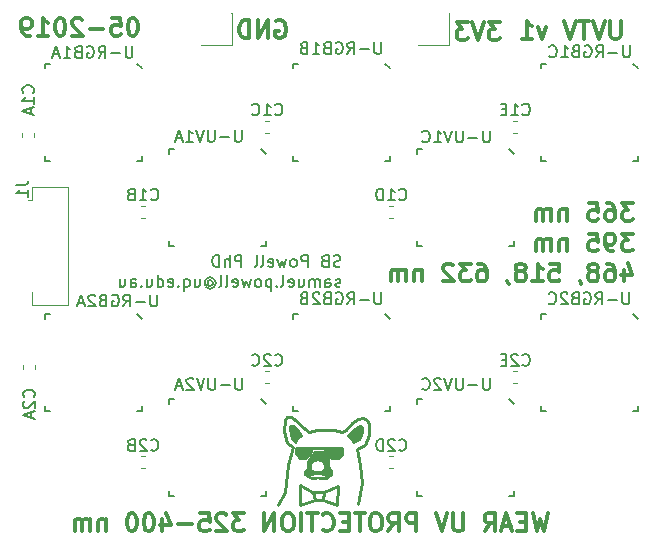
<source format=gbr>
G04 #@! TF.GenerationSoftware,KiCad,Pcbnew,(5.0.1)-3*
G04 #@! TF.CreationDate,2019-05-17T14:34:38+10:00*
G04 #@! TF.ProjectId,UVTV,555654562E6B696361645F7063620000,1*
G04 #@! TF.SameCoordinates,PX30291a0PY5aa5910*
G04 #@! TF.FileFunction,Legend,Bot*
G04 #@! TF.FilePolarity,Positive*
%FSLAX46Y46*%
G04 Gerber Fmt 4.6, Leading zero omitted, Abs format (unit mm)*
G04 Created by KiCad (PCBNEW (5.0.1)-3) date 2019-05-17 2:34:38 PM*
%MOMM*%
%LPD*%
G01*
G04 APERTURE LIST*
%ADD10C,0.200000*%
%ADD11C,0.300000*%
%ADD12C,0.254000*%
%ADD13C,0.150000*%
%ADD14C,0.120000*%
%ADD15C,0.100000*%
%ADD16C,2.000000*%
%ADD17R,5.600000X5.600000*%
%ADD18R,0.280000X0.690000*%
%ADD19R,0.690000X0.280000*%
%ADD20C,0.950000*%
%ADD21C,2.200000*%
%ADD22R,0.800000X0.400000*%
%ADD23R,0.800000X0.300000*%
%ADD24O,1.700000X1.700000*%
%ADD25R,1.700000X1.700000*%
G04 APERTURE END LIST*
D10*
X28129523Y23195239D02*
X27986666Y23147620D01*
X27748571Y23147620D01*
X27653333Y23195239D01*
X27605714Y23242858D01*
X27558095Y23338096D01*
X27558095Y23433334D01*
X27605714Y23528572D01*
X27653333Y23576191D01*
X27748571Y23623810D01*
X27939047Y23671429D01*
X28034285Y23719048D01*
X28081904Y23766667D01*
X28129523Y23861905D01*
X28129523Y23957143D01*
X28081904Y24052381D01*
X28034285Y24100000D01*
X27939047Y24147620D01*
X27700952Y24147620D01*
X27558095Y24100000D01*
X26796190Y23671429D02*
X26653333Y23623810D01*
X26605714Y23576191D01*
X26558095Y23480953D01*
X26558095Y23338096D01*
X26605714Y23242858D01*
X26653333Y23195239D01*
X26748571Y23147620D01*
X27129523Y23147620D01*
X27129523Y24147620D01*
X26796190Y24147620D01*
X26700952Y24100000D01*
X26653333Y24052381D01*
X26605714Y23957143D01*
X26605714Y23861905D01*
X26653333Y23766667D01*
X26700952Y23719048D01*
X26796190Y23671429D01*
X27129523Y23671429D01*
X25367619Y23147620D02*
X25367619Y24147620D01*
X24986666Y24147620D01*
X24891428Y24100000D01*
X24843809Y24052381D01*
X24796190Y23957143D01*
X24796190Y23814286D01*
X24843809Y23719048D01*
X24891428Y23671429D01*
X24986666Y23623810D01*
X25367619Y23623810D01*
X24224761Y23147620D02*
X24320000Y23195239D01*
X24367619Y23242858D01*
X24415238Y23338096D01*
X24415238Y23623810D01*
X24367619Y23719048D01*
X24320000Y23766667D01*
X24224761Y23814286D01*
X24081904Y23814286D01*
X23986666Y23766667D01*
X23939047Y23719048D01*
X23891428Y23623810D01*
X23891428Y23338096D01*
X23939047Y23242858D01*
X23986666Y23195239D01*
X24081904Y23147620D01*
X24224761Y23147620D01*
X23558095Y23814286D02*
X23367619Y23147620D01*
X23177142Y23623810D01*
X22986666Y23147620D01*
X22796190Y23814286D01*
X22034285Y23195239D02*
X22129523Y23147620D01*
X22320000Y23147620D01*
X22415238Y23195239D01*
X22462857Y23290477D01*
X22462857Y23671429D01*
X22415238Y23766667D01*
X22320000Y23814286D01*
X22129523Y23814286D01*
X22034285Y23766667D01*
X21986666Y23671429D01*
X21986666Y23576191D01*
X22462857Y23480953D01*
X21415238Y23147620D02*
X21510476Y23195239D01*
X21558095Y23290477D01*
X21558095Y24147620D01*
X20891428Y23147620D02*
X20986666Y23195239D01*
X21034285Y23290477D01*
X21034285Y24147620D01*
X19748571Y23147620D02*
X19748571Y24147620D01*
X19367619Y24147620D01*
X19272380Y24100000D01*
X19224761Y24052381D01*
X19177142Y23957143D01*
X19177142Y23814286D01*
X19224761Y23719048D01*
X19272380Y23671429D01*
X19367619Y23623810D01*
X19748571Y23623810D01*
X18748571Y23147620D02*
X18748571Y24147620D01*
X18320000Y23147620D02*
X18320000Y23671429D01*
X18367619Y23766667D01*
X18462857Y23814286D01*
X18605714Y23814286D01*
X18700952Y23766667D01*
X18748571Y23719048D01*
X17843809Y23147620D02*
X17843809Y24147620D01*
X17605714Y24147620D01*
X17462857Y24100000D01*
X17367619Y24004762D01*
X17320000Y23909524D01*
X17272380Y23719048D01*
X17272380Y23576191D01*
X17320000Y23385715D01*
X17367619Y23290477D01*
X17462857Y23195239D01*
X17605714Y23147620D01*
X17843809Y23147620D01*
X28129523Y21495239D02*
X28034285Y21447620D01*
X27843809Y21447620D01*
X27748571Y21495239D01*
X27700952Y21590477D01*
X27700952Y21638096D01*
X27748571Y21733334D01*
X27843809Y21780953D01*
X27986666Y21780953D01*
X28081904Y21828572D01*
X28129523Y21923810D01*
X28129523Y21971429D01*
X28081904Y22066667D01*
X27986666Y22114286D01*
X27843809Y22114286D01*
X27748571Y22066667D01*
X26843809Y21447620D02*
X26843809Y21971429D01*
X26891428Y22066667D01*
X26986666Y22114286D01*
X27177142Y22114286D01*
X27272380Y22066667D01*
X26843809Y21495239D02*
X26939047Y21447620D01*
X27177142Y21447620D01*
X27272380Y21495239D01*
X27320000Y21590477D01*
X27320000Y21685715D01*
X27272380Y21780953D01*
X27177142Y21828572D01*
X26939047Y21828572D01*
X26843809Y21876191D01*
X26367619Y21447620D02*
X26367619Y22114286D01*
X26367619Y22019048D02*
X26320000Y22066667D01*
X26224761Y22114286D01*
X26081904Y22114286D01*
X25986666Y22066667D01*
X25939047Y21971429D01*
X25939047Y21447620D01*
X25939047Y21971429D02*
X25891428Y22066667D01*
X25796190Y22114286D01*
X25653333Y22114286D01*
X25558095Y22066667D01*
X25510476Y21971429D01*
X25510476Y21447620D01*
X24605714Y22114286D02*
X24605714Y21447620D01*
X25034285Y22114286D02*
X25034285Y21590477D01*
X24986666Y21495239D01*
X24891428Y21447620D01*
X24748571Y21447620D01*
X24653333Y21495239D01*
X24605714Y21542858D01*
X23748571Y21495239D02*
X23843809Y21447620D01*
X24034285Y21447620D01*
X24129523Y21495239D01*
X24177142Y21590477D01*
X24177142Y21971429D01*
X24129523Y22066667D01*
X24034285Y22114286D01*
X23843809Y22114286D01*
X23748571Y22066667D01*
X23700952Y21971429D01*
X23700952Y21876191D01*
X24177142Y21780953D01*
X23129523Y21447620D02*
X23224761Y21495239D01*
X23272380Y21590477D01*
X23272380Y22447620D01*
X22748571Y21542858D02*
X22700952Y21495239D01*
X22748571Y21447620D01*
X22796190Y21495239D01*
X22748571Y21542858D01*
X22748571Y21447620D01*
X22272380Y22114286D02*
X22272380Y21114286D01*
X22272380Y22066667D02*
X22177142Y22114286D01*
X21986666Y22114286D01*
X21891428Y22066667D01*
X21843809Y22019048D01*
X21796190Y21923810D01*
X21796190Y21638096D01*
X21843809Y21542858D01*
X21891428Y21495239D01*
X21986666Y21447620D01*
X22177142Y21447620D01*
X22272380Y21495239D01*
X21224761Y21447620D02*
X21320000Y21495239D01*
X21367619Y21542858D01*
X21415238Y21638096D01*
X21415238Y21923810D01*
X21367619Y22019048D01*
X21320000Y22066667D01*
X21224761Y22114286D01*
X21081904Y22114286D01*
X20986666Y22066667D01*
X20939047Y22019048D01*
X20891428Y21923810D01*
X20891428Y21638096D01*
X20939047Y21542858D01*
X20986666Y21495239D01*
X21081904Y21447620D01*
X21224761Y21447620D01*
X20558095Y22114286D02*
X20367619Y21447620D01*
X20177142Y21923810D01*
X19986666Y21447620D01*
X19796190Y22114286D01*
X19034285Y21495239D02*
X19129523Y21447620D01*
X19320000Y21447620D01*
X19415238Y21495239D01*
X19462857Y21590477D01*
X19462857Y21971429D01*
X19415238Y22066667D01*
X19320000Y22114286D01*
X19129523Y22114286D01*
X19034285Y22066667D01*
X18986666Y21971429D01*
X18986666Y21876191D01*
X19462857Y21780953D01*
X18415238Y21447620D02*
X18510476Y21495239D01*
X18558095Y21590477D01*
X18558095Y22447620D01*
X17891428Y21447620D02*
X17986666Y21495239D01*
X18034285Y21590477D01*
X18034285Y22447620D01*
X16891428Y21923810D02*
X16939047Y21971429D01*
X17034285Y22019048D01*
X17129523Y22019048D01*
X17224761Y21971429D01*
X17272380Y21923810D01*
X17320000Y21828572D01*
X17320000Y21733334D01*
X17272380Y21638096D01*
X17224761Y21590477D01*
X17129523Y21542858D01*
X17034285Y21542858D01*
X16939047Y21590477D01*
X16891428Y21638096D01*
X16891428Y22019048D02*
X16891428Y21638096D01*
X16843809Y21590477D01*
X16796190Y21590477D01*
X16700952Y21638096D01*
X16653333Y21733334D01*
X16653333Y21971429D01*
X16748571Y22114286D01*
X16891428Y22209524D01*
X17081904Y22257143D01*
X17272380Y22209524D01*
X17415238Y22114286D01*
X17510476Y21971429D01*
X17558095Y21780953D01*
X17510476Y21590477D01*
X17415238Y21447620D01*
X17272380Y21352381D01*
X17081904Y21304762D01*
X16891428Y21352381D01*
X16748571Y21447620D01*
X15796190Y22114286D02*
X15796190Y21447620D01*
X16224761Y22114286D02*
X16224761Y21590477D01*
X16177142Y21495239D01*
X16081904Y21447620D01*
X15939047Y21447620D01*
X15843809Y21495239D01*
X15796190Y21542858D01*
X14891428Y22114286D02*
X14891428Y21114286D01*
X14891428Y21495239D02*
X14986666Y21447620D01*
X15177142Y21447620D01*
X15272380Y21495239D01*
X15320000Y21542858D01*
X15367619Y21638096D01*
X15367619Y21923810D01*
X15320000Y22019048D01*
X15272380Y22066667D01*
X15177142Y22114286D01*
X14986666Y22114286D01*
X14891428Y22066667D01*
X14415238Y21542858D02*
X14367619Y21495239D01*
X14415238Y21447620D01*
X14462857Y21495239D01*
X14415238Y21542858D01*
X14415238Y21447620D01*
X13558095Y21495239D02*
X13653333Y21447620D01*
X13843809Y21447620D01*
X13939047Y21495239D01*
X13986666Y21590477D01*
X13986666Y21971429D01*
X13939047Y22066667D01*
X13843809Y22114286D01*
X13653333Y22114286D01*
X13558095Y22066667D01*
X13510476Y21971429D01*
X13510476Y21876191D01*
X13986666Y21780953D01*
X12653333Y21447620D02*
X12653333Y22447620D01*
X12653333Y21495239D02*
X12748571Y21447620D01*
X12939047Y21447620D01*
X13034285Y21495239D01*
X13081904Y21542858D01*
X13129523Y21638096D01*
X13129523Y21923810D01*
X13081904Y22019048D01*
X13034285Y22066667D01*
X12939047Y22114286D01*
X12748571Y22114286D01*
X12653333Y22066667D01*
X11748571Y22114286D02*
X11748571Y21447620D01*
X12177142Y22114286D02*
X12177142Y21590477D01*
X12129523Y21495239D01*
X12034285Y21447620D01*
X11891428Y21447620D01*
X11796190Y21495239D01*
X11748571Y21542858D01*
X11272380Y21542858D02*
X11224761Y21495239D01*
X11272380Y21447620D01*
X11320000Y21495239D01*
X11272380Y21542858D01*
X11272380Y21447620D01*
X10367619Y21447620D02*
X10367619Y21971429D01*
X10415238Y22066667D01*
X10510476Y22114286D01*
X10700952Y22114286D01*
X10796190Y22066667D01*
X10367619Y21495239D02*
X10462857Y21447620D01*
X10700952Y21447620D01*
X10796190Y21495239D01*
X10843809Y21590477D01*
X10843809Y21685715D01*
X10796190Y21780953D01*
X10700952Y21828572D01*
X10462857Y21828572D01*
X10367619Y21876191D01*
X9462857Y22114286D02*
X9462857Y21447620D01*
X9891428Y22114286D02*
X9891428Y21590477D01*
X9843809Y21495239D01*
X9748571Y21447620D01*
X9605714Y21447620D01*
X9510476Y21495239D01*
X9462857Y21542858D01*
D11*
X10621428Y44221429D02*
X10478571Y44221429D01*
X10335714Y44150000D01*
X10264285Y44078572D01*
X10192857Y43935715D01*
X10121428Y43650000D01*
X10121428Y43292858D01*
X10192857Y43007143D01*
X10264285Y42864286D01*
X10335714Y42792858D01*
X10478571Y42721429D01*
X10621428Y42721429D01*
X10764285Y42792858D01*
X10835714Y42864286D01*
X10907142Y43007143D01*
X10978571Y43292858D01*
X10978571Y43650000D01*
X10907142Y43935715D01*
X10835714Y44078572D01*
X10764285Y44150000D01*
X10621428Y44221429D01*
X8764285Y44221429D02*
X9478571Y44221429D01*
X9550000Y43507143D01*
X9478571Y43578572D01*
X9335714Y43650000D01*
X8978571Y43650000D01*
X8835714Y43578572D01*
X8764285Y43507143D01*
X8692857Y43364286D01*
X8692857Y43007143D01*
X8764285Y42864286D01*
X8835714Y42792858D01*
X8978571Y42721429D01*
X9335714Y42721429D01*
X9478571Y42792858D01*
X9550000Y42864286D01*
X8050000Y43292858D02*
X6907142Y43292858D01*
X6264285Y44078572D02*
X6192857Y44150000D01*
X6050000Y44221429D01*
X5692857Y44221429D01*
X5550000Y44150000D01*
X5478571Y44078572D01*
X5407142Y43935715D01*
X5407142Y43792858D01*
X5478571Y43578572D01*
X6335714Y42721429D01*
X5407142Y42721429D01*
X4478571Y44221429D02*
X4335714Y44221429D01*
X4192857Y44150000D01*
X4121428Y44078572D01*
X4050000Y43935715D01*
X3978571Y43650000D01*
X3978571Y43292858D01*
X4050000Y43007143D01*
X4121428Y42864286D01*
X4192857Y42792858D01*
X4335714Y42721429D01*
X4478571Y42721429D01*
X4621428Y42792858D01*
X4692857Y42864286D01*
X4764285Y43007143D01*
X4835714Y43292858D01*
X4835714Y43650000D01*
X4764285Y43935715D01*
X4692857Y44078572D01*
X4621428Y44150000D01*
X4478571Y44221429D01*
X2550000Y42721429D02*
X3407142Y42721429D01*
X2978571Y42721429D02*
X2978571Y44221429D01*
X3121428Y44007143D01*
X3264285Y43864286D01*
X3407142Y43792858D01*
X1835714Y42721429D02*
X1550000Y42721429D01*
X1407142Y42792858D01*
X1335714Y42864286D01*
X1192857Y43078572D01*
X1121428Y43364286D01*
X1121428Y43935715D01*
X1192857Y44078572D01*
X1264285Y44150000D01*
X1407142Y44221429D01*
X1692857Y44221429D01*
X1835714Y44150000D01*
X1907142Y44078572D01*
X1978571Y43935715D01*
X1978571Y43578572D01*
X1907142Y43435715D01*
X1835714Y43364286D01*
X1692857Y43292858D01*
X1407142Y43292858D01*
X1264285Y43364286D01*
X1192857Y43435715D01*
X1121428Y43578572D01*
X52890714Y28521429D02*
X51962142Y28521429D01*
X52462142Y27950000D01*
X52247857Y27950000D01*
X52105000Y27878572D01*
X52033571Y27807143D01*
X51962142Y27664286D01*
X51962142Y27307143D01*
X52033571Y27164286D01*
X52105000Y27092858D01*
X52247857Y27021429D01*
X52676428Y27021429D01*
X52819285Y27092858D01*
X52890714Y27164286D01*
X50676428Y28521429D02*
X50962142Y28521429D01*
X51105000Y28450000D01*
X51176428Y28378572D01*
X51319285Y28164286D01*
X51390714Y27878572D01*
X51390714Y27307143D01*
X51319285Y27164286D01*
X51247857Y27092858D01*
X51105000Y27021429D01*
X50819285Y27021429D01*
X50676428Y27092858D01*
X50605000Y27164286D01*
X50533571Y27307143D01*
X50533571Y27664286D01*
X50605000Y27807143D01*
X50676428Y27878572D01*
X50819285Y27950000D01*
X51105000Y27950000D01*
X51247857Y27878572D01*
X51319285Y27807143D01*
X51390714Y27664286D01*
X49176428Y28521429D02*
X49890714Y28521429D01*
X49962142Y27807143D01*
X49890714Y27878572D01*
X49747857Y27950000D01*
X49390714Y27950000D01*
X49247857Y27878572D01*
X49176428Y27807143D01*
X49105000Y27664286D01*
X49105000Y27307143D01*
X49176428Y27164286D01*
X49247857Y27092858D01*
X49390714Y27021429D01*
X49747857Y27021429D01*
X49890714Y27092858D01*
X49962142Y27164286D01*
X47319285Y28021429D02*
X47319285Y27021429D01*
X47319285Y27878572D02*
X47247857Y27950000D01*
X47105000Y28021429D01*
X46890714Y28021429D01*
X46747857Y27950000D01*
X46676428Y27807143D01*
X46676428Y27021429D01*
X45962142Y27021429D02*
X45962142Y28021429D01*
X45962142Y27878572D02*
X45890714Y27950000D01*
X45747857Y28021429D01*
X45533571Y28021429D01*
X45390714Y27950000D01*
X45319285Y27807143D01*
X45319285Y27021429D01*
X45319285Y27807143D02*
X45247857Y27950000D01*
X45105000Y28021429D01*
X44890714Y28021429D01*
X44747857Y27950000D01*
X44676428Y27807143D01*
X44676428Y27021429D01*
X52890714Y25971429D02*
X51962142Y25971429D01*
X52462142Y25400000D01*
X52247857Y25400000D01*
X52105000Y25328572D01*
X52033571Y25257143D01*
X51962142Y25114286D01*
X51962142Y24757143D01*
X52033571Y24614286D01*
X52105000Y24542858D01*
X52247857Y24471429D01*
X52676428Y24471429D01*
X52819285Y24542858D01*
X52890714Y24614286D01*
X51247857Y24471429D02*
X50962142Y24471429D01*
X50819285Y24542858D01*
X50747857Y24614286D01*
X50605000Y24828572D01*
X50533571Y25114286D01*
X50533571Y25685715D01*
X50605000Y25828572D01*
X50676428Y25900000D01*
X50819285Y25971429D01*
X51105000Y25971429D01*
X51247857Y25900000D01*
X51319285Y25828572D01*
X51390714Y25685715D01*
X51390714Y25328572D01*
X51319285Y25185715D01*
X51247857Y25114286D01*
X51105000Y25042858D01*
X50819285Y25042858D01*
X50676428Y25114286D01*
X50605000Y25185715D01*
X50533571Y25328572D01*
X49176428Y25971429D02*
X49890714Y25971429D01*
X49962142Y25257143D01*
X49890714Y25328572D01*
X49747857Y25400000D01*
X49390714Y25400000D01*
X49247857Y25328572D01*
X49176428Y25257143D01*
X49105000Y25114286D01*
X49105000Y24757143D01*
X49176428Y24614286D01*
X49247857Y24542858D01*
X49390714Y24471429D01*
X49747857Y24471429D01*
X49890714Y24542858D01*
X49962142Y24614286D01*
X47319285Y25471429D02*
X47319285Y24471429D01*
X47319285Y25328572D02*
X47247857Y25400000D01*
X47105000Y25471429D01*
X46890714Y25471429D01*
X46747857Y25400000D01*
X46676428Y25257143D01*
X46676428Y24471429D01*
X45962142Y24471429D02*
X45962142Y25471429D01*
X45962142Y25328572D02*
X45890714Y25400000D01*
X45747857Y25471429D01*
X45533571Y25471429D01*
X45390714Y25400000D01*
X45319285Y25257143D01*
X45319285Y24471429D01*
X45319285Y25257143D02*
X45247857Y25400000D01*
X45105000Y25471429D01*
X44890714Y25471429D01*
X44747857Y25400000D01*
X44676428Y25257143D01*
X44676428Y24471429D01*
X52105000Y22921429D02*
X52105000Y21921429D01*
X52462142Y23492858D02*
X52819285Y22421429D01*
X51890714Y22421429D01*
X50676428Y23421429D02*
X50962142Y23421429D01*
X51105000Y23350000D01*
X51176428Y23278572D01*
X51319285Y23064286D01*
X51390714Y22778572D01*
X51390714Y22207143D01*
X51319285Y22064286D01*
X51247857Y21992858D01*
X51105000Y21921429D01*
X50819285Y21921429D01*
X50676428Y21992858D01*
X50605000Y22064286D01*
X50533571Y22207143D01*
X50533571Y22564286D01*
X50605000Y22707143D01*
X50676428Y22778572D01*
X50819285Y22850000D01*
X51105000Y22850000D01*
X51247857Y22778572D01*
X51319285Y22707143D01*
X51390714Y22564286D01*
X49676428Y22778572D02*
X49819285Y22850000D01*
X49890714Y22921429D01*
X49962142Y23064286D01*
X49962142Y23135715D01*
X49890714Y23278572D01*
X49819285Y23350000D01*
X49676428Y23421429D01*
X49390714Y23421429D01*
X49247857Y23350000D01*
X49176428Y23278572D01*
X49105000Y23135715D01*
X49105000Y23064286D01*
X49176428Y22921429D01*
X49247857Y22850000D01*
X49390714Y22778572D01*
X49676428Y22778572D01*
X49819285Y22707143D01*
X49890714Y22635715D01*
X49962142Y22492858D01*
X49962142Y22207143D01*
X49890714Y22064286D01*
X49819285Y21992858D01*
X49676428Y21921429D01*
X49390714Y21921429D01*
X49247857Y21992858D01*
X49176428Y22064286D01*
X49105000Y22207143D01*
X49105000Y22492858D01*
X49176428Y22635715D01*
X49247857Y22707143D01*
X49390714Y22778572D01*
X48390714Y21992858D02*
X48390714Y21921429D01*
X48462142Y21778572D01*
X48533571Y21707143D01*
X45890714Y23421429D02*
X46605000Y23421429D01*
X46676428Y22707143D01*
X46605000Y22778572D01*
X46462142Y22850000D01*
X46105000Y22850000D01*
X45962142Y22778572D01*
X45890714Y22707143D01*
X45819285Y22564286D01*
X45819285Y22207143D01*
X45890714Y22064286D01*
X45962142Y21992858D01*
X46105000Y21921429D01*
X46462142Y21921429D01*
X46605000Y21992858D01*
X46676428Y22064286D01*
X44390714Y21921429D02*
X45247857Y21921429D01*
X44819285Y21921429D02*
X44819285Y23421429D01*
X44962142Y23207143D01*
X45105000Y23064286D01*
X45247857Y22992858D01*
X43533571Y22778572D02*
X43676428Y22850000D01*
X43747857Y22921429D01*
X43819285Y23064286D01*
X43819285Y23135715D01*
X43747857Y23278572D01*
X43676428Y23350000D01*
X43533571Y23421429D01*
X43247857Y23421429D01*
X43105000Y23350000D01*
X43033571Y23278572D01*
X42962142Y23135715D01*
X42962142Y23064286D01*
X43033571Y22921429D01*
X43105000Y22850000D01*
X43247857Y22778572D01*
X43533571Y22778572D01*
X43676428Y22707143D01*
X43747857Y22635715D01*
X43819285Y22492858D01*
X43819285Y22207143D01*
X43747857Y22064286D01*
X43676428Y21992858D01*
X43533571Y21921429D01*
X43247857Y21921429D01*
X43105000Y21992858D01*
X43033571Y22064286D01*
X42962142Y22207143D01*
X42962142Y22492858D01*
X43033571Y22635715D01*
X43105000Y22707143D01*
X43247857Y22778572D01*
X42247857Y21992858D02*
X42247857Y21921429D01*
X42319285Y21778572D01*
X42390714Y21707143D01*
X39819285Y23421429D02*
X40105000Y23421429D01*
X40247857Y23350000D01*
X40319285Y23278572D01*
X40462142Y23064286D01*
X40533571Y22778572D01*
X40533571Y22207143D01*
X40462142Y22064286D01*
X40390714Y21992858D01*
X40247857Y21921429D01*
X39962142Y21921429D01*
X39819285Y21992858D01*
X39747857Y22064286D01*
X39676428Y22207143D01*
X39676428Y22564286D01*
X39747857Y22707143D01*
X39819285Y22778572D01*
X39962142Y22850000D01*
X40247857Y22850000D01*
X40390714Y22778572D01*
X40462142Y22707143D01*
X40533571Y22564286D01*
X39176428Y23421429D02*
X38247857Y23421429D01*
X38747857Y22850000D01*
X38533571Y22850000D01*
X38390714Y22778572D01*
X38319285Y22707143D01*
X38247857Y22564286D01*
X38247857Y22207143D01*
X38319285Y22064286D01*
X38390714Y21992858D01*
X38533571Y21921429D01*
X38962142Y21921429D01*
X39105000Y21992858D01*
X39176428Y22064286D01*
X37676428Y23278572D02*
X37605000Y23350000D01*
X37462142Y23421429D01*
X37105000Y23421429D01*
X36962142Y23350000D01*
X36890714Y23278572D01*
X36819285Y23135715D01*
X36819285Y22992858D01*
X36890714Y22778572D01*
X37747857Y21921429D01*
X36819285Y21921429D01*
X35033571Y22921429D02*
X35033571Y21921429D01*
X35033571Y22778572D02*
X34962142Y22850000D01*
X34819285Y22921429D01*
X34605000Y22921429D01*
X34462142Y22850000D01*
X34390714Y22707143D01*
X34390714Y21921429D01*
X33676428Y21921429D02*
X33676428Y22921429D01*
X33676428Y22778572D02*
X33605000Y22850000D01*
X33462142Y22921429D01*
X33247857Y22921429D01*
X33105000Y22850000D01*
X33033571Y22707143D01*
X33033571Y21921429D01*
X33033571Y22707143D02*
X32962142Y22850000D01*
X32819285Y22921429D01*
X32605000Y22921429D01*
X32462142Y22850000D01*
X32390714Y22707143D01*
X32390714Y21921429D01*
X51847857Y43971429D02*
X51847857Y42757143D01*
X51776428Y42614286D01*
X51705000Y42542858D01*
X51562142Y42471429D01*
X51276428Y42471429D01*
X51133571Y42542858D01*
X51062142Y42614286D01*
X50990714Y42757143D01*
X50990714Y43971429D01*
X50490714Y43971429D02*
X49990714Y42471429D01*
X49490714Y43971429D01*
X49205000Y43971429D02*
X48347857Y43971429D01*
X48776428Y42471429D02*
X48776428Y43971429D01*
X48062142Y43971429D02*
X47562142Y42471429D01*
X47062142Y43971429D01*
X45562142Y43471429D02*
X45205000Y42471429D01*
X44847857Y43471429D01*
X43490714Y42471429D02*
X44347857Y42471429D01*
X43919285Y42471429D02*
X43919285Y43971429D01*
X44062142Y43757143D01*
X44205000Y43614286D01*
X44347857Y43542858D01*
X41607142Y43871429D02*
X40678571Y43871429D01*
X41178571Y43300000D01*
X40964285Y43300000D01*
X40821428Y43228572D01*
X40750000Y43157143D01*
X40678571Y43014286D01*
X40678571Y42657143D01*
X40750000Y42514286D01*
X40821428Y42442858D01*
X40964285Y42371429D01*
X41392857Y42371429D01*
X41535714Y42442858D01*
X41607142Y42514286D01*
X40250000Y43871429D02*
X39750000Y42371429D01*
X39250000Y43871429D01*
X38892857Y43871429D02*
X37964285Y43871429D01*
X38464285Y43300000D01*
X38250000Y43300000D01*
X38107142Y43228572D01*
X38035714Y43157143D01*
X37964285Y43014286D01*
X37964285Y42657143D01*
X38035714Y42514286D01*
X38107142Y42442858D01*
X38250000Y42371429D01*
X38678571Y42371429D01*
X38821428Y42442858D01*
X38892857Y42514286D01*
X22692857Y43950000D02*
X22835714Y44021429D01*
X23050000Y44021429D01*
X23264285Y43950000D01*
X23407142Y43807143D01*
X23478571Y43664286D01*
X23550000Y43378572D01*
X23550000Y43164286D01*
X23478571Y42878572D01*
X23407142Y42735715D01*
X23264285Y42592858D01*
X23050000Y42521429D01*
X22907142Y42521429D01*
X22692857Y42592858D01*
X22621428Y42664286D01*
X22621428Y43164286D01*
X22907142Y43164286D01*
X21978571Y42521429D02*
X21978571Y44021429D01*
X21121428Y42521429D01*
X21121428Y44021429D01*
X20407142Y42521429D02*
X20407142Y44021429D01*
X20050000Y44021429D01*
X19835714Y43950000D01*
X19692857Y43807143D01*
X19621428Y43664286D01*
X19550000Y43378572D01*
X19550000Y43164286D01*
X19621428Y42878572D01*
X19692857Y42735715D01*
X19835714Y42592858D01*
X20050000Y42521429D01*
X20407142Y42521429D01*
X45690714Y2271429D02*
X45333571Y771429D01*
X45047857Y1842858D01*
X44762142Y771429D01*
X44405000Y2271429D01*
X43833571Y1557143D02*
X43333571Y1557143D01*
X43119285Y771429D02*
X43833571Y771429D01*
X43833571Y2271429D01*
X43119285Y2271429D01*
X42547857Y1200000D02*
X41833571Y1200000D01*
X42690714Y771429D02*
X42190714Y2271429D01*
X41690714Y771429D01*
X40333571Y771429D02*
X40833571Y1485715D01*
X41190714Y771429D02*
X41190714Y2271429D01*
X40619285Y2271429D01*
X40476428Y2200000D01*
X40405000Y2128572D01*
X40333571Y1985715D01*
X40333571Y1771429D01*
X40405000Y1628572D01*
X40476428Y1557143D01*
X40619285Y1485715D01*
X41190714Y1485715D01*
X38547857Y2271429D02*
X38547857Y1057143D01*
X38476428Y914286D01*
X38405000Y842858D01*
X38262142Y771429D01*
X37976428Y771429D01*
X37833571Y842858D01*
X37762142Y914286D01*
X37690714Y1057143D01*
X37690714Y2271429D01*
X37190714Y2271429D02*
X36690714Y771429D01*
X36190714Y2271429D01*
X34547857Y771429D02*
X34547857Y2271429D01*
X33976428Y2271429D01*
X33833571Y2200000D01*
X33762142Y2128572D01*
X33690714Y1985715D01*
X33690714Y1771429D01*
X33762142Y1628572D01*
X33833571Y1557143D01*
X33976428Y1485715D01*
X34547857Y1485715D01*
X32190714Y771429D02*
X32690714Y1485715D01*
X33047857Y771429D02*
X33047857Y2271429D01*
X32476428Y2271429D01*
X32333571Y2200000D01*
X32262142Y2128572D01*
X32190714Y1985715D01*
X32190714Y1771429D01*
X32262142Y1628572D01*
X32333571Y1557143D01*
X32476428Y1485715D01*
X33047857Y1485715D01*
X31262142Y2271429D02*
X30976428Y2271429D01*
X30833571Y2200000D01*
X30690714Y2057143D01*
X30619285Y1771429D01*
X30619285Y1271429D01*
X30690714Y985715D01*
X30833571Y842858D01*
X30976428Y771429D01*
X31262142Y771429D01*
X31405000Y842858D01*
X31547857Y985715D01*
X31619285Y1271429D01*
X31619285Y1771429D01*
X31547857Y2057143D01*
X31405000Y2200000D01*
X31262142Y2271429D01*
X30190714Y2271429D02*
X29333571Y2271429D01*
X29762142Y771429D02*
X29762142Y2271429D01*
X28833571Y1557143D02*
X28333571Y1557143D01*
X28119285Y771429D02*
X28833571Y771429D01*
X28833571Y2271429D01*
X28119285Y2271429D01*
X26619285Y914286D02*
X26690714Y842858D01*
X26905000Y771429D01*
X27047857Y771429D01*
X27262142Y842858D01*
X27405000Y985715D01*
X27476428Y1128572D01*
X27547857Y1414286D01*
X27547857Y1628572D01*
X27476428Y1914286D01*
X27405000Y2057143D01*
X27262142Y2200000D01*
X27047857Y2271429D01*
X26905000Y2271429D01*
X26690714Y2200000D01*
X26619285Y2128572D01*
X26190714Y2271429D02*
X25333571Y2271429D01*
X25762142Y771429D02*
X25762142Y2271429D01*
X24833571Y771429D02*
X24833571Y2271429D01*
X23833571Y2271429D02*
X23547857Y2271429D01*
X23405000Y2200000D01*
X23262142Y2057143D01*
X23190714Y1771429D01*
X23190714Y1271429D01*
X23262142Y985715D01*
X23405000Y842858D01*
X23547857Y771429D01*
X23833571Y771429D01*
X23976428Y842858D01*
X24119285Y985715D01*
X24190714Y1271429D01*
X24190714Y1771429D01*
X24119285Y2057143D01*
X23976428Y2200000D01*
X23833571Y2271429D01*
X22547857Y771429D02*
X22547857Y2271429D01*
X21690714Y771429D01*
X21690714Y2271429D01*
X19976428Y2271429D02*
X19047857Y2271429D01*
X19547857Y1700000D01*
X19333571Y1700000D01*
X19190714Y1628572D01*
X19119285Y1557143D01*
X19047857Y1414286D01*
X19047857Y1057143D01*
X19119285Y914286D01*
X19190714Y842858D01*
X19333571Y771429D01*
X19762142Y771429D01*
X19905000Y842858D01*
X19976428Y914286D01*
X18476428Y2128572D02*
X18405000Y2200000D01*
X18262142Y2271429D01*
X17905000Y2271429D01*
X17762142Y2200000D01*
X17690714Y2128572D01*
X17619285Y1985715D01*
X17619285Y1842858D01*
X17690714Y1628572D01*
X18547857Y771429D01*
X17619285Y771429D01*
X16262142Y2271429D02*
X16976428Y2271429D01*
X17047857Y1557143D01*
X16976428Y1628572D01*
X16833571Y1700000D01*
X16476428Y1700000D01*
X16333571Y1628572D01*
X16262142Y1557143D01*
X16190714Y1414286D01*
X16190714Y1057143D01*
X16262142Y914286D01*
X16333571Y842858D01*
X16476428Y771429D01*
X16833571Y771429D01*
X16976428Y842858D01*
X17047857Y914286D01*
X15547857Y1342858D02*
X14405000Y1342858D01*
X13047857Y1771429D02*
X13047857Y771429D01*
X13405000Y2342858D02*
X13762142Y1271429D01*
X12833571Y1271429D01*
X11976428Y2271429D02*
X11833571Y2271429D01*
X11690714Y2200000D01*
X11619285Y2128572D01*
X11547857Y1985715D01*
X11476428Y1700000D01*
X11476428Y1342858D01*
X11547857Y1057143D01*
X11619285Y914286D01*
X11690714Y842858D01*
X11833571Y771429D01*
X11976428Y771429D01*
X12119285Y842858D01*
X12190714Y914286D01*
X12262142Y1057143D01*
X12333571Y1342858D01*
X12333571Y1700000D01*
X12262142Y1985715D01*
X12190714Y2128572D01*
X12119285Y2200000D01*
X11976428Y2271429D01*
X10547857Y2271429D02*
X10405000Y2271429D01*
X10262142Y2200000D01*
X10190714Y2128572D01*
X10119285Y1985715D01*
X10047857Y1700000D01*
X10047857Y1342858D01*
X10119285Y1057143D01*
X10190714Y914286D01*
X10262142Y842858D01*
X10405000Y771429D01*
X10547857Y771429D01*
X10690714Y842858D01*
X10762142Y914286D01*
X10833571Y1057143D01*
X10905000Y1342858D01*
X10905000Y1700000D01*
X10833571Y1985715D01*
X10762142Y2128572D01*
X10690714Y2200000D01*
X10547857Y2271429D01*
X8262142Y1771429D02*
X8262142Y771429D01*
X8262142Y1628572D02*
X8190714Y1700000D01*
X8047857Y1771429D01*
X7833571Y1771429D01*
X7690714Y1700000D01*
X7619285Y1557143D01*
X7619285Y771429D01*
X6905000Y771429D02*
X6905000Y1771429D01*
X6905000Y1628572D02*
X6833571Y1700000D01*
X6690714Y1771429D01*
X6476428Y1771429D01*
X6333571Y1700000D01*
X6262142Y1557143D01*
X6262142Y771429D01*
X6262142Y1557143D02*
X6190714Y1700000D01*
X6047857Y1771429D01*
X5833571Y1771429D01*
X5690714Y1700000D01*
X5619285Y1557143D01*
X5619285Y771429D01*
D12*
G04 #@! TO.C,REF\002A\002A*
X27100000Y7800000D02*
X25600000Y7800000D01*
D13*
G36*
X25800000Y7850000D02*
X24350000Y7850000D01*
X24350000Y7300000D01*
X24700000Y6900000D01*
X25200000Y6900000D01*
X25650000Y7250000D01*
X25800000Y7850000D01*
G37*
X25800000Y7850000D02*
X24350000Y7850000D01*
X24350000Y7300000D01*
X24700000Y6900000D01*
X25200000Y6900000D01*
X25650000Y7250000D01*
X25800000Y7850000D01*
G36*
X28350000Y7850000D02*
X26800000Y7850000D01*
X26950000Y7250000D01*
X27400000Y6900000D01*
X28000000Y6900000D01*
X28350000Y7250000D01*
X28350000Y7850000D01*
G37*
X28350000Y7850000D02*
X26800000Y7850000D01*
X26950000Y7250000D01*
X27400000Y6900000D01*
X28000000Y6900000D01*
X28350000Y7250000D01*
X28350000Y7850000D01*
D12*
X26650000Y3400000D02*
X27850000Y2950000D01*
X26650000Y3400000D02*
X26700000Y4100000D01*
X25950000Y3400000D02*
X26700000Y3400000D01*
X25950000Y3400000D02*
X25800000Y4100000D01*
X24700000Y2950000D02*
X25950000Y3400000D01*
X24750000Y4650000D02*
X24700000Y2950000D01*
X25750000Y4100000D02*
X24750000Y4650000D01*
X26700000Y4100000D02*
X25800000Y4100000D01*
X27950000Y4600000D02*
X26700000Y4100000D01*
X27950000Y4600000D02*
X27850000Y2950000D01*
D13*
G36*
X27450000Y5550000D02*
X27000000Y5200000D01*
X26400000Y5150000D01*
X26250000Y5300000D01*
X26100000Y5150000D01*
X25700000Y5150000D01*
X25150000Y5500000D01*
X25600000Y5250000D01*
X26250000Y5300000D01*
X26900000Y5250000D01*
X27450000Y5550000D01*
G37*
X27450000Y5550000D02*
X27000000Y5200000D01*
X26400000Y5150000D01*
X26250000Y5300000D01*
X26100000Y5150000D01*
X25700000Y5150000D01*
X25150000Y5500000D01*
X25600000Y5250000D01*
X26250000Y5300000D01*
X26900000Y5250000D01*
X27450000Y5550000D01*
G36*
X26200000Y6800000D02*
X26650000Y6650000D01*
X26800000Y6350000D01*
X26800000Y6000000D01*
X26550000Y5800000D01*
X26250000Y5750000D01*
X26250000Y5650000D01*
X26950000Y5550000D01*
X26950000Y5350000D01*
X27450000Y5550000D01*
X27450000Y5850000D01*
X27200000Y6250000D01*
X27200000Y6700000D01*
X27050000Y7100000D01*
X26650000Y7450000D01*
X25950000Y7450000D01*
X25600000Y7050000D01*
X25400000Y6600000D01*
X25350000Y6000000D01*
X25150000Y5800000D01*
X25150000Y5500000D01*
X25550000Y5350000D01*
X25550000Y5550000D01*
X26200000Y5650000D01*
X26200000Y5750000D01*
X25950000Y5800000D01*
X25650000Y5950000D01*
X25600000Y6300000D01*
X25700000Y6600000D01*
X26200000Y6800000D01*
G37*
X26200000Y6800000D02*
X26650000Y6650000D01*
X26800000Y6350000D01*
X26800000Y6000000D01*
X26550000Y5800000D01*
X26250000Y5750000D01*
X26250000Y5650000D01*
X26950000Y5550000D01*
X26950000Y5350000D01*
X27450000Y5550000D01*
X27450000Y5850000D01*
X27200000Y6250000D01*
X27200000Y6700000D01*
X27050000Y7100000D01*
X26650000Y7450000D01*
X25950000Y7450000D01*
X25600000Y7050000D01*
X25400000Y6600000D01*
X25350000Y6000000D01*
X25150000Y5800000D01*
X25150000Y5500000D01*
X25550000Y5350000D01*
X25550000Y5550000D01*
X26200000Y5650000D01*
X26200000Y5750000D01*
X25950000Y5800000D01*
X25650000Y5950000D01*
X25600000Y6300000D01*
X25700000Y6600000D01*
X26200000Y6800000D01*
G36*
X24850000Y8800000D02*
X24600000Y9250000D01*
X24200000Y9650000D01*
X23900000Y9700000D01*
X23850000Y9300000D01*
X24050000Y8600000D01*
X24350000Y8250000D01*
X24550000Y8600000D01*
X24850000Y8800000D01*
G37*
X24850000Y8800000D02*
X24600000Y9250000D01*
X24200000Y9650000D01*
X23900000Y9700000D01*
X23850000Y9300000D01*
X24050000Y8600000D01*
X24350000Y8250000D01*
X24550000Y8600000D01*
X24850000Y8800000D01*
G36*
X29250000Y8200000D02*
X29050000Y8600000D01*
X28800000Y8800000D01*
X29150000Y9150000D01*
X29450000Y9550000D01*
X29750000Y9700000D01*
X29950000Y9650000D01*
X30050000Y9450000D01*
X30050000Y9100000D01*
X29800000Y8500000D01*
X29250000Y8200000D01*
G37*
X29250000Y8200000D02*
X29050000Y8600000D01*
X28800000Y8800000D01*
X29150000Y9150000D01*
X29450000Y9550000D01*
X29750000Y9700000D01*
X29950000Y9650000D01*
X30050000Y9450000D01*
X30050000Y9100000D01*
X29800000Y8500000D01*
X29250000Y8200000D01*
G36*
X25400000Y7750000D02*
X25500000Y7650000D01*
X25500000Y7450000D01*
X25400000Y7350000D01*
X25200000Y7350000D01*
X25100000Y7450000D01*
X25100000Y7650000D01*
X25200000Y7750000D01*
X25400000Y7750000D01*
G37*
X25400000Y7750000D02*
X25500000Y7650000D01*
X25500000Y7450000D01*
X25400000Y7350000D01*
X25200000Y7350000D01*
X25100000Y7450000D01*
X25100000Y7650000D01*
X25200000Y7750000D01*
X25400000Y7750000D01*
G36*
X27600000Y7750000D02*
X27700000Y7650000D01*
X27700000Y7450000D01*
X27600000Y7350000D01*
X27400000Y7350000D01*
X27300000Y7450000D01*
X27300000Y7650000D01*
X27400000Y7750000D01*
X27600000Y7750000D01*
G37*
X27600000Y7750000D02*
X27700000Y7650000D01*
X27700000Y7450000D01*
X27600000Y7350000D01*
X27400000Y7350000D01*
X27300000Y7450000D01*
X27300000Y7650000D01*
X27400000Y7750000D01*
X27600000Y7750000D01*
D12*
X29764107Y6356818D02*
X29511221Y7727723D01*
X29937134Y4892745D02*
X29764107Y6356818D01*
X29591080Y3055999D02*
X29937134Y4892745D01*
X30402975Y10196682D02*
X30020186Y10372389D01*
X23637783Y10455986D02*
X23446548Y10169133D01*
X25490276Y9169859D02*
X25089345Y9462816D01*
X30589312Y9843974D02*
X30402975Y10196682D01*
X23393427Y9276702D02*
X23637783Y8267404D01*
X24222114Y10285999D02*
X23956509Y10455986D01*
X27583858Y9308886D02*
X26130544Y9308886D01*
X28639307Y9378132D02*
X28245074Y9169859D01*
X29103308Y9939041D02*
X28639307Y9378132D01*
X29589446Y10292932D02*
X29103308Y9939041D01*
X30589312Y8912291D02*
X30589312Y9843974D01*
X30216639Y8100396D02*
X30589312Y8912291D01*
X29511221Y7727723D02*
X30216639Y8100396D01*
X24083999Y7906181D02*
X23650000Y6400000D01*
X26130544Y9308886D02*
X25490276Y9169859D01*
X23446548Y10169133D02*
X23393427Y9276702D01*
X30020186Y10372389D02*
X29589446Y10292932D01*
X23956509Y10455986D02*
X23637783Y10455986D01*
X23400000Y4100000D02*
X22850000Y3000000D01*
X28245074Y9169859D02*
X27583858Y9308886D01*
X23650000Y6400000D02*
X23400000Y4100000D01*
X25089345Y9462816D02*
X24222114Y10285999D01*
X23637783Y8267404D02*
X24083999Y7906181D01*
D13*
G04 #@! TO.C,U-UV1A*
X13600000Y24950000D02*
X14000000Y24950000D01*
X13600000Y25350000D02*
X13600000Y24950000D01*
X21800000Y24950000D02*
X21400000Y24950000D01*
X21800000Y24950000D02*
X21800000Y25350000D01*
X13600000Y33150000D02*
X13600000Y32750000D01*
X14000000Y33150000D02*
X13600000Y33150000D01*
X21800000Y32750000D02*
X21400000Y33150000D01*
G04 #@! TO.C,U-RGB1A*
X3100000Y32150000D02*
X3500000Y32150000D01*
X3100000Y32550000D02*
X3100000Y32150000D01*
X11300000Y32150000D02*
X10900000Y32150000D01*
X11300000Y32150000D02*
X11300000Y32550000D01*
X3100000Y40350000D02*
X3100000Y39950000D01*
X3500000Y40350000D02*
X3100000Y40350000D01*
X11300000Y39950000D02*
X10900000Y40350000D01*
D14*
G04 #@! TO.C,C1A*
X2210000Y34496267D02*
X2210000Y34153733D01*
X1190000Y34496267D02*
X1190000Y34153733D01*
G04 #@! TO.C,C1B*
X11596267Y27290000D02*
X11253733Y27290000D01*
X11596267Y28310000D02*
X11253733Y28310000D01*
G04 #@! TO.C,C1C*
X22096267Y34490000D02*
X21753733Y34490000D01*
X22096267Y35510000D02*
X21753733Y35510000D01*
G04 #@! TO.C,C1D*
X32596267Y27290000D02*
X32253733Y27290000D01*
X32596267Y28310000D02*
X32253733Y28310000D01*
G04 #@! TO.C,C1E*
X43096267Y34490000D02*
X42753733Y34490000D01*
X43096267Y35510000D02*
X42753733Y35510000D01*
G04 #@! TO.C,C2A*
X1290000Y14503733D02*
X1290000Y14846267D01*
X2310000Y14503733D02*
X2310000Y14846267D01*
G04 #@! TO.C,C2B*
X11596267Y6090000D02*
X11253733Y6090000D01*
X11596267Y7110000D02*
X11253733Y7110000D01*
G04 #@! TO.C,C2C*
X22096267Y13290000D02*
X21753733Y13290000D01*
X22096267Y14310000D02*
X21753733Y14310000D01*
G04 #@! TO.C,C2D*
X32596267Y6090000D02*
X32253733Y6090000D01*
X32596267Y7110000D02*
X32253733Y7110000D01*
G04 #@! TO.C,C2E*
X43096267Y13290000D02*
X42753733Y13290000D01*
X43096267Y14310000D02*
X42753733Y14310000D01*
D13*
G04 #@! TO.C,U-RGB1B*
X24100000Y32150000D02*
X24500000Y32150000D01*
X24100000Y32550000D02*
X24100000Y32150000D01*
X32300000Y32150000D02*
X31900000Y32150000D01*
X32300000Y32150000D02*
X32300000Y32550000D01*
X24100000Y40350000D02*
X24100000Y39950000D01*
X24500000Y40350000D02*
X24100000Y40350000D01*
X32300000Y39950000D02*
X31900000Y40350000D01*
G04 #@! TO.C,U-RGB1C*
X45100000Y32150000D02*
X45500000Y32150000D01*
X45100000Y32550000D02*
X45100000Y32150000D01*
X53300000Y32150000D02*
X52900000Y32150000D01*
X53300000Y32150000D02*
X53300000Y32550000D01*
X45100000Y40350000D02*
X45100000Y39950000D01*
X45500000Y40350000D02*
X45100000Y40350000D01*
X53300000Y39950000D02*
X52900000Y40350000D01*
G04 #@! TO.C,U-RGB2A*
X3100000Y10950000D02*
X3500000Y10950000D01*
X3100000Y11350000D02*
X3100000Y10950000D01*
X11300000Y10950000D02*
X10900000Y10950000D01*
X11300000Y10950000D02*
X11300000Y11350000D01*
X3100000Y19150000D02*
X3100000Y18750000D01*
X3500000Y19150000D02*
X3100000Y19150000D01*
X11300000Y18750000D02*
X10900000Y19150000D01*
G04 #@! TO.C,U-RGB2B*
X24100000Y10950000D02*
X24500000Y10950000D01*
X24100000Y11350000D02*
X24100000Y10950000D01*
X32300000Y10950000D02*
X31900000Y10950000D01*
X32300000Y10950000D02*
X32300000Y11350000D01*
X24100000Y19150000D02*
X24100000Y18750000D01*
X24500000Y19150000D02*
X24100000Y19150000D01*
X32300000Y18750000D02*
X31900000Y19150000D01*
G04 #@! TO.C,U-RGB2C*
X45100000Y10950000D02*
X45500000Y10950000D01*
X45100000Y11350000D02*
X45100000Y10950000D01*
X53300000Y10950000D02*
X52900000Y10950000D01*
X53300000Y10950000D02*
X53300000Y11350000D01*
X45100000Y19150000D02*
X45100000Y18750000D01*
X45500000Y19150000D02*
X45100000Y19150000D01*
X53300000Y18750000D02*
X52900000Y19150000D01*
G04 #@! TO.C,U-UV1C*
X34600000Y24950000D02*
X35000000Y24950000D01*
X34600000Y25350000D02*
X34600000Y24950000D01*
X42800000Y24950000D02*
X42400000Y24950000D01*
X42800000Y24950000D02*
X42800000Y25350000D01*
X34600000Y33150000D02*
X34600000Y32750000D01*
X35000000Y33150000D02*
X34600000Y33150000D01*
X42800000Y32750000D02*
X42400000Y33150000D01*
G04 #@! TO.C,U-UV2A*
X13600000Y3750000D02*
X14000000Y3750000D01*
X13600000Y4150000D02*
X13600000Y3750000D01*
X21800000Y3750000D02*
X21400000Y3750000D01*
X21800000Y3750000D02*
X21800000Y4150000D01*
X13600000Y11950000D02*
X13600000Y11550000D01*
X14000000Y11950000D02*
X13600000Y11950000D01*
X21800000Y11550000D02*
X21400000Y11950000D01*
G04 #@! TO.C,U-UV2C*
X34600000Y3750000D02*
X35000000Y3750000D01*
X34600000Y4150000D02*
X34600000Y3750000D01*
X42800000Y3750000D02*
X42400000Y3750000D01*
X42800000Y3750000D02*
X42800000Y4150000D01*
X34600000Y11950000D02*
X34600000Y11550000D01*
X35000000Y11950000D02*
X34600000Y11950000D01*
X42800000Y11550000D02*
X42400000Y11950000D01*
D14*
G04 #@! TO.C,J1*
X2050000Y28800000D02*
X1650000Y28800000D01*
X5100000Y29900000D02*
X5100000Y19900000D01*
X2050000Y19900000D02*
X5100000Y19900000D01*
X2050000Y21000000D02*
X2050000Y19900000D01*
X2050000Y29900000D02*
X5100000Y29900000D01*
X2050000Y28800000D02*
X2050000Y29900000D01*
G04 #@! TO.C,J2*
X13730000Y44630000D02*
X13730000Y43300000D01*
X15060000Y44630000D02*
X13730000Y44630000D01*
X16330000Y44630000D02*
X16330000Y41970000D01*
X16330000Y41970000D02*
X18930000Y41970000D01*
X16330000Y44630000D02*
X18930000Y44630000D01*
X18930000Y44630000D02*
X18930000Y41970000D01*
G04 #@! TO.C,J3*
X32090000Y44630000D02*
X32090000Y43300000D01*
X33420000Y44630000D02*
X32090000Y44630000D01*
X34690000Y44630000D02*
X34690000Y41970000D01*
X34690000Y41970000D02*
X37290000Y41970000D01*
X34690000Y44630000D02*
X37290000Y44630000D01*
X37290000Y44630000D02*
X37290000Y41970000D01*
G04 #@! TO.C,U-UV1A*
D13*
X19761904Y34747620D02*
X19761904Y33938096D01*
X19714285Y33842858D01*
X19666666Y33795239D01*
X19571428Y33747620D01*
X19380952Y33747620D01*
X19285714Y33795239D01*
X19238095Y33842858D01*
X19190476Y33938096D01*
X19190476Y34747620D01*
X18714285Y34128572D02*
X17952380Y34128572D01*
X17476190Y34747620D02*
X17476190Y33938096D01*
X17428571Y33842858D01*
X17380952Y33795239D01*
X17285714Y33747620D01*
X17095238Y33747620D01*
X17000000Y33795239D01*
X16952380Y33842858D01*
X16904761Y33938096D01*
X16904761Y34747620D01*
X16571428Y34747620D02*
X16238095Y33747620D01*
X15904761Y34747620D01*
X15047619Y33747620D02*
X15619047Y33747620D01*
X15333333Y33747620D02*
X15333333Y34747620D01*
X15428571Y34604762D01*
X15523809Y34509524D01*
X15619047Y34461905D01*
X14666666Y34033334D02*
X14190476Y34033334D01*
X14761904Y33747620D02*
X14428571Y34747620D01*
X14095238Y33747620D01*
G04 #@! TO.C,U-RGB1A*
X10509523Y41847620D02*
X10509523Y41038096D01*
X10461904Y40942858D01*
X10414285Y40895239D01*
X10319047Y40847620D01*
X10128571Y40847620D01*
X10033333Y40895239D01*
X9985714Y40942858D01*
X9938095Y41038096D01*
X9938095Y41847620D01*
X9461904Y41228572D02*
X8700000Y41228572D01*
X7652380Y40847620D02*
X7985714Y41323810D01*
X8223809Y40847620D02*
X8223809Y41847620D01*
X7842857Y41847620D01*
X7747619Y41800000D01*
X7700000Y41752381D01*
X7652380Y41657143D01*
X7652380Y41514286D01*
X7700000Y41419048D01*
X7747619Y41371429D01*
X7842857Y41323810D01*
X8223809Y41323810D01*
X6700000Y41800000D02*
X6795238Y41847620D01*
X6938095Y41847620D01*
X7080952Y41800000D01*
X7176190Y41704762D01*
X7223809Y41609524D01*
X7271428Y41419048D01*
X7271428Y41276191D01*
X7223809Y41085715D01*
X7176190Y40990477D01*
X7080952Y40895239D01*
X6938095Y40847620D01*
X6842857Y40847620D01*
X6700000Y40895239D01*
X6652380Y40942858D01*
X6652380Y41276191D01*
X6842857Y41276191D01*
X5890476Y41371429D02*
X5747619Y41323810D01*
X5700000Y41276191D01*
X5652380Y41180953D01*
X5652380Y41038096D01*
X5700000Y40942858D01*
X5747619Y40895239D01*
X5842857Y40847620D01*
X6223809Y40847620D01*
X6223809Y41847620D01*
X5890476Y41847620D01*
X5795238Y41800000D01*
X5747619Y41752381D01*
X5700000Y41657143D01*
X5700000Y41561905D01*
X5747619Y41466667D01*
X5795238Y41419048D01*
X5890476Y41371429D01*
X6223809Y41371429D01*
X4700000Y40847620D02*
X5271428Y40847620D01*
X4985714Y40847620D02*
X4985714Y41847620D01*
X5080952Y41704762D01*
X5176190Y41609524D01*
X5271428Y41561905D01*
X4319047Y41133334D02*
X3842857Y41133334D01*
X4414285Y40847620D02*
X4080952Y41847620D01*
X3747619Y40847620D01*
G04 #@! TO.C,C1A*
X2107142Y37895239D02*
X2154761Y37942858D01*
X2202380Y38085715D01*
X2202380Y38180953D01*
X2154761Y38323810D01*
X2059523Y38419048D01*
X1964285Y38466667D01*
X1773809Y38514286D01*
X1630952Y38514286D01*
X1440476Y38466667D01*
X1345238Y38419048D01*
X1250000Y38323810D01*
X1202380Y38180953D01*
X1202380Y38085715D01*
X1250000Y37942858D01*
X1297619Y37895239D01*
X2202380Y36942858D02*
X2202380Y37514286D01*
X2202380Y37228572D02*
X1202380Y37228572D01*
X1345238Y37323810D01*
X1440476Y37419048D01*
X1488095Y37514286D01*
X1916666Y36561905D02*
X1916666Y36085715D01*
X2202380Y36657143D02*
X1202380Y36323810D01*
X2202380Y35990477D01*
G04 #@! TO.C,C1B*
X12091666Y28872858D02*
X12139285Y28825239D01*
X12282142Y28777620D01*
X12377380Y28777620D01*
X12520238Y28825239D01*
X12615476Y28920477D01*
X12663095Y29015715D01*
X12710714Y29206191D01*
X12710714Y29349048D01*
X12663095Y29539524D01*
X12615476Y29634762D01*
X12520238Y29730000D01*
X12377380Y29777620D01*
X12282142Y29777620D01*
X12139285Y29730000D01*
X12091666Y29682381D01*
X11139285Y28777620D02*
X11710714Y28777620D01*
X11425000Y28777620D02*
X11425000Y29777620D01*
X11520238Y29634762D01*
X11615476Y29539524D01*
X11710714Y29491905D01*
X10377380Y29301429D02*
X10234523Y29253810D01*
X10186904Y29206191D01*
X10139285Y29110953D01*
X10139285Y28968096D01*
X10186904Y28872858D01*
X10234523Y28825239D01*
X10329761Y28777620D01*
X10710714Y28777620D01*
X10710714Y29777620D01*
X10377380Y29777620D01*
X10282142Y29730000D01*
X10234523Y29682381D01*
X10186904Y29587143D01*
X10186904Y29491905D01*
X10234523Y29396667D01*
X10282142Y29349048D01*
X10377380Y29301429D01*
X10710714Y29301429D01*
G04 #@! TO.C,C1C*
X22591666Y36072858D02*
X22639285Y36025239D01*
X22782142Y35977620D01*
X22877380Y35977620D01*
X23020238Y36025239D01*
X23115476Y36120477D01*
X23163095Y36215715D01*
X23210714Y36406191D01*
X23210714Y36549048D01*
X23163095Y36739524D01*
X23115476Y36834762D01*
X23020238Y36930000D01*
X22877380Y36977620D01*
X22782142Y36977620D01*
X22639285Y36930000D01*
X22591666Y36882381D01*
X21639285Y35977620D02*
X22210714Y35977620D01*
X21925000Y35977620D02*
X21925000Y36977620D01*
X22020238Y36834762D01*
X22115476Y36739524D01*
X22210714Y36691905D01*
X20639285Y36072858D02*
X20686904Y36025239D01*
X20829761Y35977620D01*
X20925000Y35977620D01*
X21067857Y36025239D01*
X21163095Y36120477D01*
X21210714Y36215715D01*
X21258333Y36406191D01*
X21258333Y36549048D01*
X21210714Y36739524D01*
X21163095Y36834762D01*
X21067857Y36930000D01*
X20925000Y36977620D01*
X20829761Y36977620D01*
X20686904Y36930000D01*
X20639285Y36882381D01*
G04 #@! TO.C,C1D*
X33091666Y28872858D02*
X33139285Y28825239D01*
X33282142Y28777620D01*
X33377380Y28777620D01*
X33520238Y28825239D01*
X33615476Y28920477D01*
X33663095Y29015715D01*
X33710714Y29206191D01*
X33710714Y29349048D01*
X33663095Y29539524D01*
X33615476Y29634762D01*
X33520238Y29730000D01*
X33377380Y29777620D01*
X33282142Y29777620D01*
X33139285Y29730000D01*
X33091666Y29682381D01*
X32139285Y28777620D02*
X32710714Y28777620D01*
X32425000Y28777620D02*
X32425000Y29777620D01*
X32520238Y29634762D01*
X32615476Y29539524D01*
X32710714Y29491905D01*
X31710714Y28777620D02*
X31710714Y29777620D01*
X31472619Y29777620D01*
X31329761Y29730000D01*
X31234523Y29634762D01*
X31186904Y29539524D01*
X31139285Y29349048D01*
X31139285Y29206191D01*
X31186904Y29015715D01*
X31234523Y28920477D01*
X31329761Y28825239D01*
X31472619Y28777620D01*
X31710714Y28777620D01*
G04 #@! TO.C,C1E*
X43544047Y36072858D02*
X43591666Y36025239D01*
X43734523Y35977620D01*
X43829761Y35977620D01*
X43972619Y36025239D01*
X44067857Y36120477D01*
X44115476Y36215715D01*
X44163095Y36406191D01*
X44163095Y36549048D01*
X44115476Y36739524D01*
X44067857Y36834762D01*
X43972619Y36930000D01*
X43829761Y36977620D01*
X43734523Y36977620D01*
X43591666Y36930000D01*
X43544047Y36882381D01*
X42591666Y35977620D02*
X43163095Y35977620D01*
X42877380Y35977620D02*
X42877380Y36977620D01*
X42972619Y36834762D01*
X43067857Y36739524D01*
X43163095Y36691905D01*
X42163095Y36501429D02*
X41829761Y36501429D01*
X41686904Y35977620D02*
X42163095Y35977620D01*
X42163095Y36977620D01*
X41686904Y36977620D01*
G04 #@! TO.C,C2A*
X2157142Y12145239D02*
X2204761Y12192858D01*
X2252380Y12335715D01*
X2252380Y12430953D01*
X2204761Y12573810D01*
X2109523Y12669048D01*
X2014285Y12716667D01*
X1823809Y12764286D01*
X1680952Y12764286D01*
X1490476Y12716667D01*
X1395238Y12669048D01*
X1300000Y12573810D01*
X1252380Y12430953D01*
X1252380Y12335715D01*
X1300000Y12192858D01*
X1347619Y12145239D01*
X1347619Y11764286D02*
X1300000Y11716667D01*
X1252380Y11621429D01*
X1252380Y11383334D01*
X1300000Y11288096D01*
X1347619Y11240477D01*
X1442857Y11192858D01*
X1538095Y11192858D01*
X1680952Y11240477D01*
X2252380Y11811905D01*
X2252380Y11192858D01*
X1966666Y10811905D02*
X1966666Y10335715D01*
X2252380Y10907143D02*
X1252380Y10573810D01*
X2252380Y10240477D01*
G04 #@! TO.C,C2B*
X12091666Y7672858D02*
X12139285Y7625239D01*
X12282142Y7577620D01*
X12377380Y7577620D01*
X12520238Y7625239D01*
X12615476Y7720477D01*
X12663095Y7815715D01*
X12710714Y8006191D01*
X12710714Y8149048D01*
X12663095Y8339524D01*
X12615476Y8434762D01*
X12520238Y8530000D01*
X12377380Y8577620D01*
X12282142Y8577620D01*
X12139285Y8530000D01*
X12091666Y8482381D01*
X11710714Y8482381D02*
X11663095Y8530000D01*
X11567857Y8577620D01*
X11329761Y8577620D01*
X11234523Y8530000D01*
X11186904Y8482381D01*
X11139285Y8387143D01*
X11139285Y8291905D01*
X11186904Y8149048D01*
X11758333Y7577620D01*
X11139285Y7577620D01*
X10377380Y8101429D02*
X10234523Y8053810D01*
X10186904Y8006191D01*
X10139285Y7910953D01*
X10139285Y7768096D01*
X10186904Y7672858D01*
X10234523Y7625239D01*
X10329761Y7577620D01*
X10710714Y7577620D01*
X10710714Y8577620D01*
X10377380Y8577620D01*
X10282142Y8530000D01*
X10234523Y8482381D01*
X10186904Y8387143D01*
X10186904Y8291905D01*
X10234523Y8196667D01*
X10282142Y8149048D01*
X10377380Y8101429D01*
X10710714Y8101429D01*
G04 #@! TO.C,C2C*
X22591666Y14872858D02*
X22639285Y14825239D01*
X22782142Y14777620D01*
X22877380Y14777620D01*
X23020238Y14825239D01*
X23115476Y14920477D01*
X23163095Y15015715D01*
X23210714Y15206191D01*
X23210714Y15349048D01*
X23163095Y15539524D01*
X23115476Y15634762D01*
X23020238Y15730000D01*
X22877380Y15777620D01*
X22782142Y15777620D01*
X22639285Y15730000D01*
X22591666Y15682381D01*
X22210714Y15682381D02*
X22163095Y15730000D01*
X22067857Y15777620D01*
X21829761Y15777620D01*
X21734523Y15730000D01*
X21686904Y15682381D01*
X21639285Y15587143D01*
X21639285Y15491905D01*
X21686904Y15349048D01*
X22258333Y14777620D01*
X21639285Y14777620D01*
X20639285Y14872858D02*
X20686904Y14825239D01*
X20829761Y14777620D01*
X20925000Y14777620D01*
X21067857Y14825239D01*
X21163095Y14920477D01*
X21210714Y15015715D01*
X21258333Y15206191D01*
X21258333Y15349048D01*
X21210714Y15539524D01*
X21163095Y15634762D01*
X21067857Y15730000D01*
X20925000Y15777620D01*
X20829761Y15777620D01*
X20686904Y15730000D01*
X20639285Y15682381D01*
G04 #@! TO.C,C2D*
X33091666Y7672858D02*
X33139285Y7625239D01*
X33282142Y7577620D01*
X33377380Y7577620D01*
X33520238Y7625239D01*
X33615476Y7720477D01*
X33663095Y7815715D01*
X33710714Y8006191D01*
X33710714Y8149048D01*
X33663095Y8339524D01*
X33615476Y8434762D01*
X33520238Y8530000D01*
X33377380Y8577620D01*
X33282142Y8577620D01*
X33139285Y8530000D01*
X33091666Y8482381D01*
X32710714Y8482381D02*
X32663095Y8530000D01*
X32567857Y8577620D01*
X32329761Y8577620D01*
X32234523Y8530000D01*
X32186904Y8482381D01*
X32139285Y8387143D01*
X32139285Y8291905D01*
X32186904Y8149048D01*
X32758333Y7577620D01*
X32139285Y7577620D01*
X31710714Y7577620D02*
X31710714Y8577620D01*
X31472619Y8577620D01*
X31329761Y8530000D01*
X31234523Y8434762D01*
X31186904Y8339524D01*
X31139285Y8149048D01*
X31139285Y8006191D01*
X31186904Y7815715D01*
X31234523Y7720477D01*
X31329761Y7625239D01*
X31472619Y7577620D01*
X31710714Y7577620D01*
G04 #@! TO.C,C2E*
X43544047Y14872858D02*
X43591666Y14825239D01*
X43734523Y14777620D01*
X43829761Y14777620D01*
X43972619Y14825239D01*
X44067857Y14920477D01*
X44115476Y15015715D01*
X44163095Y15206191D01*
X44163095Y15349048D01*
X44115476Y15539524D01*
X44067857Y15634762D01*
X43972619Y15730000D01*
X43829761Y15777620D01*
X43734523Y15777620D01*
X43591666Y15730000D01*
X43544047Y15682381D01*
X43163095Y15682381D02*
X43115476Y15730000D01*
X43020238Y15777620D01*
X42782142Y15777620D01*
X42686904Y15730000D01*
X42639285Y15682381D01*
X42591666Y15587143D01*
X42591666Y15491905D01*
X42639285Y15349048D01*
X43210714Y14777620D01*
X42591666Y14777620D01*
X42163095Y15301429D02*
X41829761Y15301429D01*
X41686904Y14777620D02*
X42163095Y14777620D01*
X42163095Y15777620D01*
X41686904Y15777620D01*
G04 #@! TO.C,U-RGB1B*
X31580952Y42192620D02*
X31580952Y41383096D01*
X31533333Y41287858D01*
X31485714Y41240239D01*
X31390476Y41192620D01*
X31200000Y41192620D01*
X31104761Y41240239D01*
X31057142Y41287858D01*
X31009523Y41383096D01*
X31009523Y42192620D01*
X30533333Y41573572D02*
X29771428Y41573572D01*
X28723809Y41192620D02*
X29057142Y41668810D01*
X29295238Y41192620D02*
X29295238Y42192620D01*
X28914285Y42192620D01*
X28819047Y42145000D01*
X28771428Y42097381D01*
X28723809Y42002143D01*
X28723809Y41859286D01*
X28771428Y41764048D01*
X28819047Y41716429D01*
X28914285Y41668810D01*
X29295238Y41668810D01*
X27771428Y42145000D02*
X27866666Y42192620D01*
X28009523Y42192620D01*
X28152380Y42145000D01*
X28247619Y42049762D01*
X28295238Y41954524D01*
X28342857Y41764048D01*
X28342857Y41621191D01*
X28295238Y41430715D01*
X28247619Y41335477D01*
X28152380Y41240239D01*
X28009523Y41192620D01*
X27914285Y41192620D01*
X27771428Y41240239D01*
X27723809Y41287858D01*
X27723809Y41621191D01*
X27914285Y41621191D01*
X26961904Y41716429D02*
X26819047Y41668810D01*
X26771428Y41621191D01*
X26723809Y41525953D01*
X26723809Y41383096D01*
X26771428Y41287858D01*
X26819047Y41240239D01*
X26914285Y41192620D01*
X27295238Y41192620D01*
X27295238Y42192620D01*
X26961904Y42192620D01*
X26866666Y42145000D01*
X26819047Y42097381D01*
X26771428Y42002143D01*
X26771428Y41906905D01*
X26819047Y41811667D01*
X26866666Y41764048D01*
X26961904Y41716429D01*
X27295238Y41716429D01*
X25771428Y41192620D02*
X26342857Y41192620D01*
X26057142Y41192620D02*
X26057142Y42192620D01*
X26152380Y42049762D01*
X26247619Y41954524D01*
X26342857Y41906905D01*
X25009523Y41716429D02*
X24866666Y41668810D01*
X24819047Y41621191D01*
X24771428Y41525953D01*
X24771428Y41383096D01*
X24819047Y41287858D01*
X24866666Y41240239D01*
X24961904Y41192620D01*
X25342857Y41192620D01*
X25342857Y42192620D01*
X25009523Y42192620D01*
X24914285Y42145000D01*
X24866666Y42097381D01*
X24819047Y42002143D01*
X24819047Y41906905D01*
X24866666Y41811667D01*
X24914285Y41764048D01*
X25009523Y41716429D01*
X25342857Y41716429D01*
G04 #@! TO.C,U-RGB1C*
X52630952Y41897620D02*
X52630952Y41088096D01*
X52583333Y40992858D01*
X52535714Y40945239D01*
X52440476Y40897620D01*
X52250000Y40897620D01*
X52154761Y40945239D01*
X52107142Y40992858D01*
X52059523Y41088096D01*
X52059523Y41897620D01*
X51583333Y41278572D02*
X50821428Y41278572D01*
X49773809Y40897620D02*
X50107142Y41373810D01*
X50345238Y40897620D02*
X50345238Y41897620D01*
X49964285Y41897620D01*
X49869047Y41850000D01*
X49821428Y41802381D01*
X49773809Y41707143D01*
X49773809Y41564286D01*
X49821428Y41469048D01*
X49869047Y41421429D01*
X49964285Y41373810D01*
X50345238Y41373810D01*
X48821428Y41850000D02*
X48916666Y41897620D01*
X49059523Y41897620D01*
X49202380Y41850000D01*
X49297619Y41754762D01*
X49345238Y41659524D01*
X49392857Y41469048D01*
X49392857Y41326191D01*
X49345238Y41135715D01*
X49297619Y41040477D01*
X49202380Y40945239D01*
X49059523Y40897620D01*
X48964285Y40897620D01*
X48821428Y40945239D01*
X48773809Y40992858D01*
X48773809Y41326191D01*
X48964285Y41326191D01*
X48011904Y41421429D02*
X47869047Y41373810D01*
X47821428Y41326191D01*
X47773809Y41230953D01*
X47773809Y41088096D01*
X47821428Y40992858D01*
X47869047Y40945239D01*
X47964285Y40897620D01*
X48345238Y40897620D01*
X48345238Y41897620D01*
X48011904Y41897620D01*
X47916666Y41850000D01*
X47869047Y41802381D01*
X47821428Y41707143D01*
X47821428Y41611905D01*
X47869047Y41516667D01*
X47916666Y41469048D01*
X48011904Y41421429D01*
X48345238Y41421429D01*
X46821428Y40897620D02*
X47392857Y40897620D01*
X47107142Y40897620D02*
X47107142Y41897620D01*
X47202380Y41754762D01*
X47297619Y41659524D01*
X47392857Y41611905D01*
X45821428Y40992858D02*
X45869047Y40945239D01*
X46011904Y40897620D01*
X46107142Y40897620D01*
X46250000Y40945239D01*
X46345238Y41040477D01*
X46392857Y41135715D01*
X46440476Y41326191D01*
X46440476Y41469048D01*
X46392857Y41659524D01*
X46345238Y41754762D01*
X46250000Y41850000D01*
X46107142Y41897620D01*
X46011904Y41897620D01*
X45869047Y41850000D01*
X45821428Y41802381D01*
G04 #@! TO.C,U-RGB2A*
X12609523Y20797620D02*
X12609523Y19988096D01*
X12561904Y19892858D01*
X12514285Y19845239D01*
X12419047Y19797620D01*
X12228571Y19797620D01*
X12133333Y19845239D01*
X12085714Y19892858D01*
X12038095Y19988096D01*
X12038095Y20797620D01*
X11561904Y20178572D02*
X10800000Y20178572D01*
X9752380Y19797620D02*
X10085714Y20273810D01*
X10323809Y19797620D02*
X10323809Y20797620D01*
X9942857Y20797620D01*
X9847619Y20750000D01*
X9800000Y20702381D01*
X9752380Y20607143D01*
X9752380Y20464286D01*
X9800000Y20369048D01*
X9847619Y20321429D01*
X9942857Y20273810D01*
X10323809Y20273810D01*
X8800000Y20750000D02*
X8895238Y20797620D01*
X9038095Y20797620D01*
X9180952Y20750000D01*
X9276190Y20654762D01*
X9323809Y20559524D01*
X9371428Y20369048D01*
X9371428Y20226191D01*
X9323809Y20035715D01*
X9276190Y19940477D01*
X9180952Y19845239D01*
X9038095Y19797620D01*
X8942857Y19797620D01*
X8800000Y19845239D01*
X8752380Y19892858D01*
X8752380Y20226191D01*
X8942857Y20226191D01*
X7990476Y20321429D02*
X7847619Y20273810D01*
X7800000Y20226191D01*
X7752380Y20130953D01*
X7752380Y19988096D01*
X7800000Y19892858D01*
X7847619Y19845239D01*
X7942857Y19797620D01*
X8323809Y19797620D01*
X8323809Y20797620D01*
X7990476Y20797620D01*
X7895238Y20750000D01*
X7847619Y20702381D01*
X7800000Y20607143D01*
X7800000Y20511905D01*
X7847619Y20416667D01*
X7895238Y20369048D01*
X7990476Y20321429D01*
X8323809Y20321429D01*
X7371428Y20702381D02*
X7323809Y20750000D01*
X7228571Y20797620D01*
X6990476Y20797620D01*
X6895238Y20750000D01*
X6847619Y20702381D01*
X6800000Y20607143D01*
X6800000Y20511905D01*
X6847619Y20369048D01*
X7419047Y19797620D01*
X6800000Y19797620D01*
X6419047Y20083334D02*
X5942857Y20083334D01*
X6514285Y19797620D02*
X6180952Y20797620D01*
X5847619Y19797620D01*
G04 #@! TO.C,U-RGB2B*
X31580952Y20992620D02*
X31580952Y20183096D01*
X31533333Y20087858D01*
X31485714Y20040239D01*
X31390476Y19992620D01*
X31200000Y19992620D01*
X31104761Y20040239D01*
X31057142Y20087858D01*
X31009523Y20183096D01*
X31009523Y20992620D01*
X30533333Y20373572D02*
X29771428Y20373572D01*
X28723809Y19992620D02*
X29057142Y20468810D01*
X29295238Y19992620D02*
X29295238Y20992620D01*
X28914285Y20992620D01*
X28819047Y20945000D01*
X28771428Y20897381D01*
X28723809Y20802143D01*
X28723809Y20659286D01*
X28771428Y20564048D01*
X28819047Y20516429D01*
X28914285Y20468810D01*
X29295238Y20468810D01*
X27771428Y20945000D02*
X27866666Y20992620D01*
X28009523Y20992620D01*
X28152380Y20945000D01*
X28247619Y20849762D01*
X28295238Y20754524D01*
X28342857Y20564048D01*
X28342857Y20421191D01*
X28295238Y20230715D01*
X28247619Y20135477D01*
X28152380Y20040239D01*
X28009523Y19992620D01*
X27914285Y19992620D01*
X27771428Y20040239D01*
X27723809Y20087858D01*
X27723809Y20421191D01*
X27914285Y20421191D01*
X26961904Y20516429D02*
X26819047Y20468810D01*
X26771428Y20421191D01*
X26723809Y20325953D01*
X26723809Y20183096D01*
X26771428Y20087858D01*
X26819047Y20040239D01*
X26914285Y19992620D01*
X27295238Y19992620D01*
X27295238Y20992620D01*
X26961904Y20992620D01*
X26866666Y20945000D01*
X26819047Y20897381D01*
X26771428Y20802143D01*
X26771428Y20706905D01*
X26819047Y20611667D01*
X26866666Y20564048D01*
X26961904Y20516429D01*
X27295238Y20516429D01*
X26342857Y20897381D02*
X26295238Y20945000D01*
X26200000Y20992620D01*
X25961904Y20992620D01*
X25866666Y20945000D01*
X25819047Y20897381D01*
X25771428Y20802143D01*
X25771428Y20706905D01*
X25819047Y20564048D01*
X26390476Y19992620D01*
X25771428Y19992620D01*
X25009523Y20516429D02*
X24866666Y20468810D01*
X24819047Y20421191D01*
X24771428Y20325953D01*
X24771428Y20183096D01*
X24819047Y20087858D01*
X24866666Y20040239D01*
X24961904Y19992620D01*
X25342857Y19992620D01*
X25342857Y20992620D01*
X25009523Y20992620D01*
X24914285Y20945000D01*
X24866666Y20897381D01*
X24819047Y20802143D01*
X24819047Y20706905D01*
X24866666Y20611667D01*
X24914285Y20564048D01*
X25009523Y20516429D01*
X25342857Y20516429D01*
G04 #@! TO.C,U-RGB2C*
X52580952Y20992620D02*
X52580952Y20183096D01*
X52533333Y20087858D01*
X52485714Y20040239D01*
X52390476Y19992620D01*
X52200000Y19992620D01*
X52104761Y20040239D01*
X52057142Y20087858D01*
X52009523Y20183096D01*
X52009523Y20992620D01*
X51533333Y20373572D02*
X50771428Y20373572D01*
X49723809Y19992620D02*
X50057142Y20468810D01*
X50295238Y19992620D02*
X50295238Y20992620D01*
X49914285Y20992620D01*
X49819047Y20945000D01*
X49771428Y20897381D01*
X49723809Y20802143D01*
X49723809Y20659286D01*
X49771428Y20564048D01*
X49819047Y20516429D01*
X49914285Y20468810D01*
X50295238Y20468810D01*
X48771428Y20945000D02*
X48866666Y20992620D01*
X49009523Y20992620D01*
X49152380Y20945000D01*
X49247619Y20849762D01*
X49295238Y20754524D01*
X49342857Y20564048D01*
X49342857Y20421191D01*
X49295238Y20230715D01*
X49247619Y20135477D01*
X49152380Y20040239D01*
X49009523Y19992620D01*
X48914285Y19992620D01*
X48771428Y20040239D01*
X48723809Y20087858D01*
X48723809Y20421191D01*
X48914285Y20421191D01*
X47961904Y20516429D02*
X47819047Y20468810D01*
X47771428Y20421191D01*
X47723809Y20325953D01*
X47723809Y20183096D01*
X47771428Y20087858D01*
X47819047Y20040239D01*
X47914285Y19992620D01*
X48295238Y19992620D01*
X48295238Y20992620D01*
X47961904Y20992620D01*
X47866666Y20945000D01*
X47819047Y20897381D01*
X47771428Y20802143D01*
X47771428Y20706905D01*
X47819047Y20611667D01*
X47866666Y20564048D01*
X47961904Y20516429D01*
X48295238Y20516429D01*
X47342857Y20897381D02*
X47295238Y20945000D01*
X47200000Y20992620D01*
X46961904Y20992620D01*
X46866666Y20945000D01*
X46819047Y20897381D01*
X46771428Y20802143D01*
X46771428Y20706905D01*
X46819047Y20564048D01*
X47390476Y19992620D01*
X46771428Y19992620D01*
X45771428Y20087858D02*
X45819047Y20040239D01*
X45961904Y19992620D01*
X46057142Y19992620D01*
X46200000Y20040239D01*
X46295238Y20135477D01*
X46342857Y20230715D01*
X46390476Y20421191D01*
X46390476Y20564048D01*
X46342857Y20754524D01*
X46295238Y20849762D01*
X46200000Y20945000D01*
X46057142Y20992620D01*
X45961904Y20992620D01*
X45819047Y20945000D01*
X45771428Y20897381D01*
G04 #@! TO.C,U-UV1C*
X40783333Y34697620D02*
X40783333Y33888096D01*
X40735714Y33792858D01*
X40688095Y33745239D01*
X40592857Y33697620D01*
X40402380Y33697620D01*
X40307142Y33745239D01*
X40259523Y33792858D01*
X40211904Y33888096D01*
X40211904Y34697620D01*
X39735714Y34078572D02*
X38973809Y34078572D01*
X38497619Y34697620D02*
X38497619Y33888096D01*
X38450000Y33792858D01*
X38402380Y33745239D01*
X38307142Y33697620D01*
X38116666Y33697620D01*
X38021428Y33745239D01*
X37973809Y33792858D01*
X37926190Y33888096D01*
X37926190Y34697620D01*
X37592857Y34697620D02*
X37259523Y33697620D01*
X36926190Y34697620D01*
X36069047Y33697620D02*
X36640476Y33697620D01*
X36354761Y33697620D02*
X36354761Y34697620D01*
X36450000Y34554762D01*
X36545238Y34459524D01*
X36640476Y34411905D01*
X35069047Y33792858D02*
X35116666Y33745239D01*
X35259523Y33697620D01*
X35354761Y33697620D01*
X35497619Y33745239D01*
X35592857Y33840477D01*
X35640476Y33935715D01*
X35688095Y34126191D01*
X35688095Y34269048D01*
X35640476Y34459524D01*
X35592857Y34554762D01*
X35497619Y34650000D01*
X35354761Y34697620D01*
X35259523Y34697620D01*
X35116666Y34650000D01*
X35069047Y34602381D01*
G04 #@! TO.C,U-UV2A*
X19811904Y13747620D02*
X19811904Y12938096D01*
X19764285Y12842858D01*
X19716666Y12795239D01*
X19621428Y12747620D01*
X19430952Y12747620D01*
X19335714Y12795239D01*
X19288095Y12842858D01*
X19240476Y12938096D01*
X19240476Y13747620D01*
X18764285Y13128572D02*
X18002380Y13128572D01*
X17526190Y13747620D02*
X17526190Y12938096D01*
X17478571Y12842858D01*
X17430952Y12795239D01*
X17335714Y12747620D01*
X17145238Y12747620D01*
X17050000Y12795239D01*
X17002380Y12842858D01*
X16954761Y12938096D01*
X16954761Y13747620D01*
X16621428Y13747620D02*
X16288095Y12747620D01*
X15954761Y13747620D01*
X15669047Y13652381D02*
X15621428Y13700000D01*
X15526190Y13747620D01*
X15288095Y13747620D01*
X15192857Y13700000D01*
X15145238Y13652381D01*
X15097619Y13557143D01*
X15097619Y13461905D01*
X15145238Y13319048D01*
X15716666Y12747620D01*
X15097619Y12747620D01*
X14716666Y13033334D02*
X14240476Y13033334D01*
X14811904Y12747620D02*
X14478571Y13747620D01*
X14145238Y12747620D01*
G04 #@! TO.C,U-UV2C*
X40783333Y13747620D02*
X40783333Y12938096D01*
X40735714Y12842858D01*
X40688095Y12795239D01*
X40592857Y12747620D01*
X40402380Y12747620D01*
X40307142Y12795239D01*
X40259523Y12842858D01*
X40211904Y12938096D01*
X40211904Y13747620D01*
X39735714Y13128572D02*
X38973809Y13128572D01*
X38497619Y13747620D02*
X38497619Y12938096D01*
X38450000Y12842858D01*
X38402380Y12795239D01*
X38307142Y12747620D01*
X38116666Y12747620D01*
X38021428Y12795239D01*
X37973809Y12842858D01*
X37926190Y12938096D01*
X37926190Y13747620D01*
X37592857Y13747620D02*
X37259523Y12747620D01*
X36926190Y13747620D01*
X36640476Y13652381D02*
X36592857Y13700000D01*
X36497619Y13747620D01*
X36259523Y13747620D01*
X36164285Y13700000D01*
X36116666Y13652381D01*
X36069047Y13557143D01*
X36069047Y13461905D01*
X36116666Y13319048D01*
X36688095Y12747620D01*
X36069047Y12747620D01*
X35069047Y12842858D02*
X35116666Y12795239D01*
X35259523Y12747620D01*
X35354761Y12747620D01*
X35497619Y12795239D01*
X35592857Y12890477D01*
X35640476Y12985715D01*
X35688095Y13176191D01*
X35688095Y13319048D01*
X35640476Y13509524D01*
X35592857Y13604762D01*
X35497619Y13700000D01*
X35354761Y13747620D01*
X35259523Y13747620D01*
X35116666Y13700000D01*
X35069047Y13652381D01*
G04 #@! TO.C,J1*
X702380Y30083334D02*
X1416666Y30083334D01*
X1559523Y30130953D01*
X1654761Y30226191D01*
X1702380Y30369048D01*
X1702380Y30464286D01*
X1702380Y29083334D02*
X1702380Y29654762D01*
X1702380Y29369048D02*
X702380Y29369048D01*
X845238Y29464286D01*
X940476Y29559524D01*
X988095Y29654762D01*
G04 #@! TD*
%LPC*%
D15*
G36*
X13450000Y44650000D02*
X13450000Y41950000D01*
X18900000Y41950000D01*
X18900000Y44650000D01*
X13450000Y44650000D01*
G37*
G36*
X31850000Y44650000D02*
X31850000Y41950000D01*
X37300000Y41950000D01*
X37300000Y44650000D01*
X31850000Y44650000D01*
G37*
G36*
X50650000Y400000D02*
X50650000Y2100000D01*
X46500000Y2100000D01*
X46500000Y400000D01*
X50650000Y400000D01*
G37*
D16*
G04 #@! TO.C,FID4*
X1700000Y1650000D03*
G04 #@! TD*
G04 #@! TO.C,FID6*
X25900000Y43650000D03*
G04 #@! TD*
G04 #@! TO.C,FID5*
X53700000Y43650000D03*
G04 #@! TD*
D17*
G04 #@! TO.C,U-UV1A*
X17700000Y29050000D03*
D18*
X20950000Y32885000D03*
X20450000Y32885000D03*
X19950000Y32885000D03*
X19450000Y32885000D03*
X18950000Y32885000D03*
X18450000Y32885000D03*
X17950000Y32885000D03*
X17450000Y32885000D03*
X16950000Y32885000D03*
X16450000Y32885000D03*
X15950000Y32885000D03*
X15450000Y32885000D03*
X14950000Y32885000D03*
X14450000Y32885000D03*
D19*
X13865000Y32300000D03*
X13865000Y31800000D03*
X13865000Y31300000D03*
X13865000Y30800000D03*
X13865000Y30300000D03*
X13865000Y29800000D03*
X13865000Y29300000D03*
X13865000Y28800000D03*
X13865000Y28300000D03*
X13865000Y27800000D03*
X13865000Y27300000D03*
X13865000Y26800000D03*
X13865000Y26300000D03*
X13865000Y25800000D03*
D18*
X14450000Y25215000D03*
X14950000Y25215000D03*
X15450000Y25215000D03*
X15950000Y25215000D03*
X16450000Y25215000D03*
X16950000Y25215000D03*
X17450000Y25215000D03*
X17950000Y25215000D03*
X18450000Y25215000D03*
X18950000Y25215000D03*
X19450000Y25215000D03*
X19950000Y25215000D03*
X20450000Y25215000D03*
X20950000Y25215000D03*
D19*
X21535000Y25800000D03*
X21535000Y26300000D03*
X21535000Y26800000D03*
X21535000Y27300000D03*
X21535000Y27800000D03*
X21535000Y28300000D03*
X21535000Y28800000D03*
X21535000Y29300000D03*
X21535000Y29800000D03*
X21535000Y30300000D03*
X21535000Y30800000D03*
X21535000Y31300000D03*
X21535000Y31800000D03*
X21535000Y32300000D03*
G04 #@! TD*
D17*
G04 #@! TO.C,U-RGB1A*
X7200000Y36250000D03*
D18*
X10450000Y40085000D03*
X9950000Y40085000D03*
X9450000Y40085000D03*
X8950000Y40085000D03*
X8450000Y40085000D03*
X7950000Y40085000D03*
X7450000Y40085000D03*
X6950000Y40085000D03*
X6450000Y40085000D03*
X5950000Y40085000D03*
X5450000Y40085000D03*
X4950000Y40085000D03*
X4450000Y40085000D03*
X3950000Y40085000D03*
D19*
X3365000Y39500000D03*
X3365000Y39000000D03*
X3365000Y38500000D03*
X3365000Y38000000D03*
X3365000Y37500000D03*
X3365000Y37000000D03*
X3365000Y36500000D03*
X3365000Y36000000D03*
X3365000Y35500000D03*
X3365000Y35000000D03*
X3365000Y34500000D03*
X3365000Y34000000D03*
X3365000Y33500000D03*
X3365000Y33000000D03*
D18*
X3950000Y32415000D03*
X4450000Y32415000D03*
X4950000Y32415000D03*
X5450000Y32415000D03*
X5950000Y32415000D03*
X6450000Y32415000D03*
X6950000Y32415000D03*
X7450000Y32415000D03*
X7950000Y32415000D03*
X8450000Y32415000D03*
X8950000Y32415000D03*
X9450000Y32415000D03*
X9950000Y32415000D03*
X10450000Y32415000D03*
D19*
X11035000Y33000000D03*
X11035000Y33500000D03*
X11035000Y34000000D03*
X11035000Y34500000D03*
X11035000Y35000000D03*
X11035000Y35500000D03*
X11035000Y36000000D03*
X11035000Y36500000D03*
X11035000Y37000000D03*
X11035000Y37500000D03*
X11035000Y38000000D03*
X11035000Y38500000D03*
X11035000Y39000000D03*
X11035000Y39500000D03*
G04 #@! TD*
D15*
G04 #@! TO.C,C1A*
G36*
X1960779Y33973856D02*
X1983834Y33970437D01*
X2006443Y33964773D01*
X2028387Y33956921D01*
X2049457Y33946956D01*
X2069448Y33934974D01*
X2088168Y33921090D01*
X2105438Y33905438D01*
X2121090Y33888168D01*
X2134974Y33869448D01*
X2146956Y33849457D01*
X2156921Y33828387D01*
X2164773Y33806443D01*
X2170437Y33783834D01*
X2173856Y33760779D01*
X2175000Y33737500D01*
X2175000Y33162500D01*
X2173856Y33139221D01*
X2170437Y33116166D01*
X2164773Y33093557D01*
X2156921Y33071613D01*
X2146956Y33050543D01*
X2134974Y33030552D01*
X2121090Y33011832D01*
X2105438Y32994562D01*
X2088168Y32978910D01*
X2069448Y32965026D01*
X2049457Y32953044D01*
X2028387Y32943079D01*
X2006443Y32935227D01*
X1983834Y32929563D01*
X1960779Y32926144D01*
X1937500Y32925000D01*
X1462500Y32925000D01*
X1439221Y32926144D01*
X1416166Y32929563D01*
X1393557Y32935227D01*
X1371613Y32943079D01*
X1350543Y32953044D01*
X1330552Y32965026D01*
X1311832Y32978910D01*
X1294562Y32994562D01*
X1278910Y33011832D01*
X1265026Y33030552D01*
X1253044Y33050543D01*
X1243079Y33071613D01*
X1235227Y33093557D01*
X1229563Y33116166D01*
X1226144Y33139221D01*
X1225000Y33162500D01*
X1225000Y33737500D01*
X1226144Y33760779D01*
X1229563Y33783834D01*
X1235227Y33806443D01*
X1243079Y33828387D01*
X1253044Y33849457D01*
X1265026Y33869448D01*
X1278910Y33888168D01*
X1294562Y33905438D01*
X1311832Y33921090D01*
X1330552Y33934974D01*
X1350543Y33946956D01*
X1371613Y33956921D01*
X1393557Y33964773D01*
X1416166Y33970437D01*
X1439221Y33973856D01*
X1462500Y33975000D01*
X1937500Y33975000D01*
X1960779Y33973856D01*
X1960779Y33973856D01*
G37*
D20*
X1700000Y33450000D03*
D15*
G36*
X1960779Y35723856D02*
X1983834Y35720437D01*
X2006443Y35714773D01*
X2028387Y35706921D01*
X2049457Y35696956D01*
X2069448Y35684974D01*
X2088168Y35671090D01*
X2105438Y35655438D01*
X2121090Y35638168D01*
X2134974Y35619448D01*
X2146956Y35599457D01*
X2156921Y35578387D01*
X2164773Y35556443D01*
X2170437Y35533834D01*
X2173856Y35510779D01*
X2175000Y35487500D01*
X2175000Y34912500D01*
X2173856Y34889221D01*
X2170437Y34866166D01*
X2164773Y34843557D01*
X2156921Y34821613D01*
X2146956Y34800543D01*
X2134974Y34780552D01*
X2121090Y34761832D01*
X2105438Y34744562D01*
X2088168Y34728910D01*
X2069448Y34715026D01*
X2049457Y34703044D01*
X2028387Y34693079D01*
X2006443Y34685227D01*
X1983834Y34679563D01*
X1960779Y34676144D01*
X1937500Y34675000D01*
X1462500Y34675000D01*
X1439221Y34676144D01*
X1416166Y34679563D01*
X1393557Y34685227D01*
X1371613Y34693079D01*
X1350543Y34703044D01*
X1330552Y34715026D01*
X1311832Y34728910D01*
X1294562Y34744562D01*
X1278910Y34761832D01*
X1265026Y34780552D01*
X1253044Y34800543D01*
X1243079Y34821613D01*
X1235227Y34843557D01*
X1229563Y34866166D01*
X1226144Y34889221D01*
X1225000Y34912500D01*
X1225000Y35487500D01*
X1226144Y35510779D01*
X1229563Y35533834D01*
X1235227Y35556443D01*
X1243079Y35578387D01*
X1253044Y35599457D01*
X1265026Y35619448D01*
X1278910Y35638168D01*
X1294562Y35655438D01*
X1311832Y35671090D01*
X1330552Y35684974D01*
X1350543Y35696956D01*
X1371613Y35706921D01*
X1393557Y35714773D01*
X1416166Y35720437D01*
X1439221Y35723856D01*
X1462500Y35725000D01*
X1937500Y35725000D01*
X1960779Y35723856D01*
X1960779Y35723856D01*
G37*
D20*
X1700000Y35200000D03*
G04 #@! TD*
D15*
G04 #@! TO.C,C1B*
G36*
X10860779Y28273856D02*
X10883834Y28270437D01*
X10906443Y28264773D01*
X10928387Y28256921D01*
X10949457Y28246956D01*
X10969448Y28234974D01*
X10988168Y28221090D01*
X11005438Y28205438D01*
X11021090Y28188168D01*
X11034974Y28169448D01*
X11046956Y28149457D01*
X11056921Y28128387D01*
X11064773Y28106443D01*
X11070437Y28083834D01*
X11073856Y28060779D01*
X11075000Y28037500D01*
X11075000Y27562500D01*
X11073856Y27539221D01*
X11070437Y27516166D01*
X11064773Y27493557D01*
X11056921Y27471613D01*
X11046956Y27450543D01*
X11034974Y27430552D01*
X11021090Y27411832D01*
X11005438Y27394562D01*
X10988168Y27378910D01*
X10969448Y27365026D01*
X10949457Y27353044D01*
X10928387Y27343079D01*
X10906443Y27335227D01*
X10883834Y27329563D01*
X10860779Y27326144D01*
X10837500Y27325000D01*
X10262500Y27325000D01*
X10239221Y27326144D01*
X10216166Y27329563D01*
X10193557Y27335227D01*
X10171613Y27343079D01*
X10150543Y27353044D01*
X10130552Y27365026D01*
X10111832Y27378910D01*
X10094562Y27394562D01*
X10078910Y27411832D01*
X10065026Y27430552D01*
X10053044Y27450543D01*
X10043079Y27471613D01*
X10035227Y27493557D01*
X10029563Y27516166D01*
X10026144Y27539221D01*
X10025000Y27562500D01*
X10025000Y28037500D01*
X10026144Y28060779D01*
X10029563Y28083834D01*
X10035227Y28106443D01*
X10043079Y28128387D01*
X10053044Y28149457D01*
X10065026Y28169448D01*
X10078910Y28188168D01*
X10094562Y28205438D01*
X10111832Y28221090D01*
X10130552Y28234974D01*
X10150543Y28246956D01*
X10171613Y28256921D01*
X10193557Y28264773D01*
X10216166Y28270437D01*
X10239221Y28273856D01*
X10262500Y28275000D01*
X10837500Y28275000D01*
X10860779Y28273856D01*
X10860779Y28273856D01*
G37*
D20*
X10550000Y27800000D03*
D15*
G36*
X12610779Y28273856D02*
X12633834Y28270437D01*
X12656443Y28264773D01*
X12678387Y28256921D01*
X12699457Y28246956D01*
X12719448Y28234974D01*
X12738168Y28221090D01*
X12755438Y28205438D01*
X12771090Y28188168D01*
X12784974Y28169448D01*
X12796956Y28149457D01*
X12806921Y28128387D01*
X12814773Y28106443D01*
X12820437Y28083834D01*
X12823856Y28060779D01*
X12825000Y28037500D01*
X12825000Y27562500D01*
X12823856Y27539221D01*
X12820437Y27516166D01*
X12814773Y27493557D01*
X12806921Y27471613D01*
X12796956Y27450543D01*
X12784974Y27430552D01*
X12771090Y27411832D01*
X12755438Y27394562D01*
X12738168Y27378910D01*
X12719448Y27365026D01*
X12699457Y27353044D01*
X12678387Y27343079D01*
X12656443Y27335227D01*
X12633834Y27329563D01*
X12610779Y27326144D01*
X12587500Y27325000D01*
X12012500Y27325000D01*
X11989221Y27326144D01*
X11966166Y27329563D01*
X11943557Y27335227D01*
X11921613Y27343079D01*
X11900543Y27353044D01*
X11880552Y27365026D01*
X11861832Y27378910D01*
X11844562Y27394562D01*
X11828910Y27411832D01*
X11815026Y27430552D01*
X11803044Y27450543D01*
X11793079Y27471613D01*
X11785227Y27493557D01*
X11779563Y27516166D01*
X11776144Y27539221D01*
X11775000Y27562500D01*
X11775000Y28037500D01*
X11776144Y28060779D01*
X11779563Y28083834D01*
X11785227Y28106443D01*
X11793079Y28128387D01*
X11803044Y28149457D01*
X11815026Y28169448D01*
X11828910Y28188168D01*
X11844562Y28205438D01*
X11861832Y28221090D01*
X11880552Y28234974D01*
X11900543Y28246956D01*
X11921613Y28256921D01*
X11943557Y28264773D01*
X11966166Y28270437D01*
X11989221Y28273856D01*
X12012500Y28275000D01*
X12587500Y28275000D01*
X12610779Y28273856D01*
X12610779Y28273856D01*
G37*
D20*
X12300000Y27800000D03*
G04 #@! TD*
D15*
G04 #@! TO.C,C1C*
G36*
X21360779Y35473856D02*
X21383834Y35470437D01*
X21406443Y35464773D01*
X21428387Y35456921D01*
X21449457Y35446956D01*
X21469448Y35434974D01*
X21488168Y35421090D01*
X21505438Y35405438D01*
X21521090Y35388168D01*
X21534974Y35369448D01*
X21546956Y35349457D01*
X21556921Y35328387D01*
X21564773Y35306443D01*
X21570437Y35283834D01*
X21573856Y35260779D01*
X21575000Y35237500D01*
X21575000Y34762500D01*
X21573856Y34739221D01*
X21570437Y34716166D01*
X21564773Y34693557D01*
X21556921Y34671613D01*
X21546956Y34650543D01*
X21534974Y34630552D01*
X21521090Y34611832D01*
X21505438Y34594562D01*
X21488168Y34578910D01*
X21469448Y34565026D01*
X21449457Y34553044D01*
X21428387Y34543079D01*
X21406443Y34535227D01*
X21383834Y34529563D01*
X21360779Y34526144D01*
X21337500Y34525000D01*
X20762500Y34525000D01*
X20739221Y34526144D01*
X20716166Y34529563D01*
X20693557Y34535227D01*
X20671613Y34543079D01*
X20650543Y34553044D01*
X20630552Y34565026D01*
X20611832Y34578910D01*
X20594562Y34594562D01*
X20578910Y34611832D01*
X20565026Y34630552D01*
X20553044Y34650543D01*
X20543079Y34671613D01*
X20535227Y34693557D01*
X20529563Y34716166D01*
X20526144Y34739221D01*
X20525000Y34762500D01*
X20525000Y35237500D01*
X20526144Y35260779D01*
X20529563Y35283834D01*
X20535227Y35306443D01*
X20543079Y35328387D01*
X20553044Y35349457D01*
X20565026Y35369448D01*
X20578910Y35388168D01*
X20594562Y35405438D01*
X20611832Y35421090D01*
X20630552Y35434974D01*
X20650543Y35446956D01*
X20671613Y35456921D01*
X20693557Y35464773D01*
X20716166Y35470437D01*
X20739221Y35473856D01*
X20762500Y35475000D01*
X21337500Y35475000D01*
X21360779Y35473856D01*
X21360779Y35473856D01*
G37*
D20*
X21050000Y35000000D03*
D15*
G36*
X23110779Y35473856D02*
X23133834Y35470437D01*
X23156443Y35464773D01*
X23178387Y35456921D01*
X23199457Y35446956D01*
X23219448Y35434974D01*
X23238168Y35421090D01*
X23255438Y35405438D01*
X23271090Y35388168D01*
X23284974Y35369448D01*
X23296956Y35349457D01*
X23306921Y35328387D01*
X23314773Y35306443D01*
X23320437Y35283834D01*
X23323856Y35260779D01*
X23325000Y35237500D01*
X23325000Y34762500D01*
X23323856Y34739221D01*
X23320437Y34716166D01*
X23314773Y34693557D01*
X23306921Y34671613D01*
X23296956Y34650543D01*
X23284974Y34630552D01*
X23271090Y34611832D01*
X23255438Y34594562D01*
X23238168Y34578910D01*
X23219448Y34565026D01*
X23199457Y34553044D01*
X23178387Y34543079D01*
X23156443Y34535227D01*
X23133834Y34529563D01*
X23110779Y34526144D01*
X23087500Y34525000D01*
X22512500Y34525000D01*
X22489221Y34526144D01*
X22466166Y34529563D01*
X22443557Y34535227D01*
X22421613Y34543079D01*
X22400543Y34553044D01*
X22380552Y34565026D01*
X22361832Y34578910D01*
X22344562Y34594562D01*
X22328910Y34611832D01*
X22315026Y34630552D01*
X22303044Y34650543D01*
X22293079Y34671613D01*
X22285227Y34693557D01*
X22279563Y34716166D01*
X22276144Y34739221D01*
X22275000Y34762500D01*
X22275000Y35237500D01*
X22276144Y35260779D01*
X22279563Y35283834D01*
X22285227Y35306443D01*
X22293079Y35328387D01*
X22303044Y35349457D01*
X22315026Y35369448D01*
X22328910Y35388168D01*
X22344562Y35405438D01*
X22361832Y35421090D01*
X22380552Y35434974D01*
X22400543Y35446956D01*
X22421613Y35456921D01*
X22443557Y35464773D01*
X22466166Y35470437D01*
X22489221Y35473856D01*
X22512500Y35475000D01*
X23087500Y35475000D01*
X23110779Y35473856D01*
X23110779Y35473856D01*
G37*
D20*
X22800000Y35000000D03*
G04 #@! TD*
D15*
G04 #@! TO.C,C1D*
G36*
X31860779Y28273856D02*
X31883834Y28270437D01*
X31906443Y28264773D01*
X31928387Y28256921D01*
X31949457Y28246956D01*
X31969448Y28234974D01*
X31988168Y28221090D01*
X32005438Y28205438D01*
X32021090Y28188168D01*
X32034974Y28169448D01*
X32046956Y28149457D01*
X32056921Y28128387D01*
X32064773Y28106443D01*
X32070437Y28083834D01*
X32073856Y28060779D01*
X32075000Y28037500D01*
X32075000Y27562500D01*
X32073856Y27539221D01*
X32070437Y27516166D01*
X32064773Y27493557D01*
X32056921Y27471613D01*
X32046956Y27450543D01*
X32034974Y27430552D01*
X32021090Y27411832D01*
X32005438Y27394562D01*
X31988168Y27378910D01*
X31969448Y27365026D01*
X31949457Y27353044D01*
X31928387Y27343079D01*
X31906443Y27335227D01*
X31883834Y27329563D01*
X31860779Y27326144D01*
X31837500Y27325000D01*
X31262500Y27325000D01*
X31239221Y27326144D01*
X31216166Y27329563D01*
X31193557Y27335227D01*
X31171613Y27343079D01*
X31150543Y27353044D01*
X31130552Y27365026D01*
X31111832Y27378910D01*
X31094562Y27394562D01*
X31078910Y27411832D01*
X31065026Y27430552D01*
X31053044Y27450543D01*
X31043079Y27471613D01*
X31035227Y27493557D01*
X31029563Y27516166D01*
X31026144Y27539221D01*
X31025000Y27562500D01*
X31025000Y28037500D01*
X31026144Y28060779D01*
X31029563Y28083834D01*
X31035227Y28106443D01*
X31043079Y28128387D01*
X31053044Y28149457D01*
X31065026Y28169448D01*
X31078910Y28188168D01*
X31094562Y28205438D01*
X31111832Y28221090D01*
X31130552Y28234974D01*
X31150543Y28246956D01*
X31171613Y28256921D01*
X31193557Y28264773D01*
X31216166Y28270437D01*
X31239221Y28273856D01*
X31262500Y28275000D01*
X31837500Y28275000D01*
X31860779Y28273856D01*
X31860779Y28273856D01*
G37*
D20*
X31550000Y27800000D03*
D15*
G36*
X33610779Y28273856D02*
X33633834Y28270437D01*
X33656443Y28264773D01*
X33678387Y28256921D01*
X33699457Y28246956D01*
X33719448Y28234974D01*
X33738168Y28221090D01*
X33755438Y28205438D01*
X33771090Y28188168D01*
X33784974Y28169448D01*
X33796956Y28149457D01*
X33806921Y28128387D01*
X33814773Y28106443D01*
X33820437Y28083834D01*
X33823856Y28060779D01*
X33825000Y28037500D01*
X33825000Y27562500D01*
X33823856Y27539221D01*
X33820437Y27516166D01*
X33814773Y27493557D01*
X33806921Y27471613D01*
X33796956Y27450543D01*
X33784974Y27430552D01*
X33771090Y27411832D01*
X33755438Y27394562D01*
X33738168Y27378910D01*
X33719448Y27365026D01*
X33699457Y27353044D01*
X33678387Y27343079D01*
X33656443Y27335227D01*
X33633834Y27329563D01*
X33610779Y27326144D01*
X33587500Y27325000D01*
X33012500Y27325000D01*
X32989221Y27326144D01*
X32966166Y27329563D01*
X32943557Y27335227D01*
X32921613Y27343079D01*
X32900543Y27353044D01*
X32880552Y27365026D01*
X32861832Y27378910D01*
X32844562Y27394562D01*
X32828910Y27411832D01*
X32815026Y27430552D01*
X32803044Y27450543D01*
X32793079Y27471613D01*
X32785227Y27493557D01*
X32779563Y27516166D01*
X32776144Y27539221D01*
X32775000Y27562500D01*
X32775000Y28037500D01*
X32776144Y28060779D01*
X32779563Y28083834D01*
X32785227Y28106443D01*
X32793079Y28128387D01*
X32803044Y28149457D01*
X32815026Y28169448D01*
X32828910Y28188168D01*
X32844562Y28205438D01*
X32861832Y28221090D01*
X32880552Y28234974D01*
X32900543Y28246956D01*
X32921613Y28256921D01*
X32943557Y28264773D01*
X32966166Y28270437D01*
X32989221Y28273856D01*
X33012500Y28275000D01*
X33587500Y28275000D01*
X33610779Y28273856D01*
X33610779Y28273856D01*
G37*
D20*
X33300000Y27800000D03*
G04 #@! TD*
D15*
G04 #@! TO.C,C1E*
G36*
X42360779Y35473856D02*
X42383834Y35470437D01*
X42406443Y35464773D01*
X42428387Y35456921D01*
X42449457Y35446956D01*
X42469448Y35434974D01*
X42488168Y35421090D01*
X42505438Y35405438D01*
X42521090Y35388168D01*
X42534974Y35369448D01*
X42546956Y35349457D01*
X42556921Y35328387D01*
X42564773Y35306443D01*
X42570437Y35283834D01*
X42573856Y35260779D01*
X42575000Y35237500D01*
X42575000Y34762500D01*
X42573856Y34739221D01*
X42570437Y34716166D01*
X42564773Y34693557D01*
X42556921Y34671613D01*
X42546956Y34650543D01*
X42534974Y34630552D01*
X42521090Y34611832D01*
X42505438Y34594562D01*
X42488168Y34578910D01*
X42469448Y34565026D01*
X42449457Y34553044D01*
X42428387Y34543079D01*
X42406443Y34535227D01*
X42383834Y34529563D01*
X42360779Y34526144D01*
X42337500Y34525000D01*
X41762500Y34525000D01*
X41739221Y34526144D01*
X41716166Y34529563D01*
X41693557Y34535227D01*
X41671613Y34543079D01*
X41650543Y34553044D01*
X41630552Y34565026D01*
X41611832Y34578910D01*
X41594562Y34594562D01*
X41578910Y34611832D01*
X41565026Y34630552D01*
X41553044Y34650543D01*
X41543079Y34671613D01*
X41535227Y34693557D01*
X41529563Y34716166D01*
X41526144Y34739221D01*
X41525000Y34762500D01*
X41525000Y35237500D01*
X41526144Y35260779D01*
X41529563Y35283834D01*
X41535227Y35306443D01*
X41543079Y35328387D01*
X41553044Y35349457D01*
X41565026Y35369448D01*
X41578910Y35388168D01*
X41594562Y35405438D01*
X41611832Y35421090D01*
X41630552Y35434974D01*
X41650543Y35446956D01*
X41671613Y35456921D01*
X41693557Y35464773D01*
X41716166Y35470437D01*
X41739221Y35473856D01*
X41762500Y35475000D01*
X42337500Y35475000D01*
X42360779Y35473856D01*
X42360779Y35473856D01*
G37*
D20*
X42050000Y35000000D03*
D15*
G36*
X44110779Y35473856D02*
X44133834Y35470437D01*
X44156443Y35464773D01*
X44178387Y35456921D01*
X44199457Y35446956D01*
X44219448Y35434974D01*
X44238168Y35421090D01*
X44255438Y35405438D01*
X44271090Y35388168D01*
X44284974Y35369448D01*
X44296956Y35349457D01*
X44306921Y35328387D01*
X44314773Y35306443D01*
X44320437Y35283834D01*
X44323856Y35260779D01*
X44325000Y35237500D01*
X44325000Y34762500D01*
X44323856Y34739221D01*
X44320437Y34716166D01*
X44314773Y34693557D01*
X44306921Y34671613D01*
X44296956Y34650543D01*
X44284974Y34630552D01*
X44271090Y34611832D01*
X44255438Y34594562D01*
X44238168Y34578910D01*
X44219448Y34565026D01*
X44199457Y34553044D01*
X44178387Y34543079D01*
X44156443Y34535227D01*
X44133834Y34529563D01*
X44110779Y34526144D01*
X44087500Y34525000D01*
X43512500Y34525000D01*
X43489221Y34526144D01*
X43466166Y34529563D01*
X43443557Y34535227D01*
X43421613Y34543079D01*
X43400543Y34553044D01*
X43380552Y34565026D01*
X43361832Y34578910D01*
X43344562Y34594562D01*
X43328910Y34611832D01*
X43315026Y34630552D01*
X43303044Y34650543D01*
X43293079Y34671613D01*
X43285227Y34693557D01*
X43279563Y34716166D01*
X43276144Y34739221D01*
X43275000Y34762500D01*
X43275000Y35237500D01*
X43276144Y35260779D01*
X43279563Y35283834D01*
X43285227Y35306443D01*
X43293079Y35328387D01*
X43303044Y35349457D01*
X43315026Y35369448D01*
X43328910Y35388168D01*
X43344562Y35405438D01*
X43361832Y35421090D01*
X43380552Y35434974D01*
X43400543Y35446956D01*
X43421613Y35456921D01*
X43443557Y35464773D01*
X43466166Y35470437D01*
X43489221Y35473856D01*
X43512500Y35475000D01*
X44087500Y35475000D01*
X44110779Y35473856D01*
X44110779Y35473856D01*
G37*
D20*
X43800000Y35000000D03*
G04 #@! TD*
D15*
G04 #@! TO.C,C2A*
G36*
X2060779Y16073856D02*
X2083834Y16070437D01*
X2106443Y16064773D01*
X2128387Y16056921D01*
X2149457Y16046956D01*
X2169448Y16034974D01*
X2188168Y16021090D01*
X2205438Y16005438D01*
X2221090Y15988168D01*
X2234974Y15969448D01*
X2246956Y15949457D01*
X2256921Y15928387D01*
X2264773Y15906443D01*
X2270437Y15883834D01*
X2273856Y15860779D01*
X2275000Y15837500D01*
X2275000Y15262500D01*
X2273856Y15239221D01*
X2270437Y15216166D01*
X2264773Y15193557D01*
X2256921Y15171613D01*
X2246956Y15150543D01*
X2234974Y15130552D01*
X2221090Y15111832D01*
X2205438Y15094562D01*
X2188168Y15078910D01*
X2169448Y15065026D01*
X2149457Y15053044D01*
X2128387Y15043079D01*
X2106443Y15035227D01*
X2083834Y15029563D01*
X2060779Y15026144D01*
X2037500Y15025000D01*
X1562500Y15025000D01*
X1539221Y15026144D01*
X1516166Y15029563D01*
X1493557Y15035227D01*
X1471613Y15043079D01*
X1450543Y15053044D01*
X1430552Y15065026D01*
X1411832Y15078910D01*
X1394562Y15094562D01*
X1378910Y15111832D01*
X1365026Y15130552D01*
X1353044Y15150543D01*
X1343079Y15171613D01*
X1335227Y15193557D01*
X1329563Y15216166D01*
X1326144Y15239221D01*
X1325000Y15262500D01*
X1325000Y15837500D01*
X1326144Y15860779D01*
X1329563Y15883834D01*
X1335227Y15906443D01*
X1343079Y15928387D01*
X1353044Y15949457D01*
X1365026Y15969448D01*
X1378910Y15988168D01*
X1394562Y16005438D01*
X1411832Y16021090D01*
X1430552Y16034974D01*
X1450543Y16046956D01*
X1471613Y16056921D01*
X1493557Y16064773D01*
X1516166Y16070437D01*
X1539221Y16073856D01*
X1562500Y16075000D01*
X2037500Y16075000D01*
X2060779Y16073856D01*
X2060779Y16073856D01*
G37*
D20*
X1800000Y15550000D03*
D15*
G36*
X2060779Y14323856D02*
X2083834Y14320437D01*
X2106443Y14314773D01*
X2128387Y14306921D01*
X2149457Y14296956D01*
X2169448Y14284974D01*
X2188168Y14271090D01*
X2205438Y14255438D01*
X2221090Y14238168D01*
X2234974Y14219448D01*
X2246956Y14199457D01*
X2256921Y14178387D01*
X2264773Y14156443D01*
X2270437Y14133834D01*
X2273856Y14110779D01*
X2275000Y14087500D01*
X2275000Y13512500D01*
X2273856Y13489221D01*
X2270437Y13466166D01*
X2264773Y13443557D01*
X2256921Y13421613D01*
X2246956Y13400543D01*
X2234974Y13380552D01*
X2221090Y13361832D01*
X2205438Y13344562D01*
X2188168Y13328910D01*
X2169448Y13315026D01*
X2149457Y13303044D01*
X2128387Y13293079D01*
X2106443Y13285227D01*
X2083834Y13279563D01*
X2060779Y13276144D01*
X2037500Y13275000D01*
X1562500Y13275000D01*
X1539221Y13276144D01*
X1516166Y13279563D01*
X1493557Y13285227D01*
X1471613Y13293079D01*
X1450543Y13303044D01*
X1430552Y13315026D01*
X1411832Y13328910D01*
X1394562Y13344562D01*
X1378910Y13361832D01*
X1365026Y13380552D01*
X1353044Y13400543D01*
X1343079Y13421613D01*
X1335227Y13443557D01*
X1329563Y13466166D01*
X1326144Y13489221D01*
X1325000Y13512500D01*
X1325000Y14087500D01*
X1326144Y14110779D01*
X1329563Y14133834D01*
X1335227Y14156443D01*
X1343079Y14178387D01*
X1353044Y14199457D01*
X1365026Y14219448D01*
X1378910Y14238168D01*
X1394562Y14255438D01*
X1411832Y14271090D01*
X1430552Y14284974D01*
X1450543Y14296956D01*
X1471613Y14306921D01*
X1493557Y14314773D01*
X1516166Y14320437D01*
X1539221Y14323856D01*
X1562500Y14325000D01*
X2037500Y14325000D01*
X2060779Y14323856D01*
X2060779Y14323856D01*
G37*
D20*
X1800000Y13800000D03*
G04 #@! TD*
D15*
G04 #@! TO.C,C2B*
G36*
X10860779Y7073856D02*
X10883834Y7070437D01*
X10906443Y7064773D01*
X10928387Y7056921D01*
X10949457Y7046956D01*
X10969448Y7034974D01*
X10988168Y7021090D01*
X11005438Y7005438D01*
X11021090Y6988168D01*
X11034974Y6969448D01*
X11046956Y6949457D01*
X11056921Y6928387D01*
X11064773Y6906443D01*
X11070437Y6883834D01*
X11073856Y6860779D01*
X11075000Y6837500D01*
X11075000Y6362500D01*
X11073856Y6339221D01*
X11070437Y6316166D01*
X11064773Y6293557D01*
X11056921Y6271613D01*
X11046956Y6250543D01*
X11034974Y6230552D01*
X11021090Y6211832D01*
X11005438Y6194562D01*
X10988168Y6178910D01*
X10969448Y6165026D01*
X10949457Y6153044D01*
X10928387Y6143079D01*
X10906443Y6135227D01*
X10883834Y6129563D01*
X10860779Y6126144D01*
X10837500Y6125000D01*
X10262500Y6125000D01*
X10239221Y6126144D01*
X10216166Y6129563D01*
X10193557Y6135227D01*
X10171613Y6143079D01*
X10150543Y6153044D01*
X10130552Y6165026D01*
X10111832Y6178910D01*
X10094562Y6194562D01*
X10078910Y6211832D01*
X10065026Y6230552D01*
X10053044Y6250543D01*
X10043079Y6271613D01*
X10035227Y6293557D01*
X10029563Y6316166D01*
X10026144Y6339221D01*
X10025000Y6362500D01*
X10025000Y6837500D01*
X10026144Y6860779D01*
X10029563Y6883834D01*
X10035227Y6906443D01*
X10043079Y6928387D01*
X10053044Y6949457D01*
X10065026Y6969448D01*
X10078910Y6988168D01*
X10094562Y7005438D01*
X10111832Y7021090D01*
X10130552Y7034974D01*
X10150543Y7046956D01*
X10171613Y7056921D01*
X10193557Y7064773D01*
X10216166Y7070437D01*
X10239221Y7073856D01*
X10262500Y7075000D01*
X10837500Y7075000D01*
X10860779Y7073856D01*
X10860779Y7073856D01*
G37*
D20*
X10550000Y6600000D03*
D15*
G36*
X12610779Y7073856D02*
X12633834Y7070437D01*
X12656443Y7064773D01*
X12678387Y7056921D01*
X12699457Y7046956D01*
X12719448Y7034974D01*
X12738168Y7021090D01*
X12755438Y7005438D01*
X12771090Y6988168D01*
X12784974Y6969448D01*
X12796956Y6949457D01*
X12806921Y6928387D01*
X12814773Y6906443D01*
X12820437Y6883834D01*
X12823856Y6860779D01*
X12825000Y6837500D01*
X12825000Y6362500D01*
X12823856Y6339221D01*
X12820437Y6316166D01*
X12814773Y6293557D01*
X12806921Y6271613D01*
X12796956Y6250543D01*
X12784974Y6230552D01*
X12771090Y6211832D01*
X12755438Y6194562D01*
X12738168Y6178910D01*
X12719448Y6165026D01*
X12699457Y6153044D01*
X12678387Y6143079D01*
X12656443Y6135227D01*
X12633834Y6129563D01*
X12610779Y6126144D01*
X12587500Y6125000D01*
X12012500Y6125000D01*
X11989221Y6126144D01*
X11966166Y6129563D01*
X11943557Y6135227D01*
X11921613Y6143079D01*
X11900543Y6153044D01*
X11880552Y6165026D01*
X11861832Y6178910D01*
X11844562Y6194562D01*
X11828910Y6211832D01*
X11815026Y6230552D01*
X11803044Y6250543D01*
X11793079Y6271613D01*
X11785227Y6293557D01*
X11779563Y6316166D01*
X11776144Y6339221D01*
X11775000Y6362500D01*
X11775000Y6837500D01*
X11776144Y6860779D01*
X11779563Y6883834D01*
X11785227Y6906443D01*
X11793079Y6928387D01*
X11803044Y6949457D01*
X11815026Y6969448D01*
X11828910Y6988168D01*
X11844562Y7005438D01*
X11861832Y7021090D01*
X11880552Y7034974D01*
X11900543Y7046956D01*
X11921613Y7056921D01*
X11943557Y7064773D01*
X11966166Y7070437D01*
X11989221Y7073856D01*
X12012500Y7075000D01*
X12587500Y7075000D01*
X12610779Y7073856D01*
X12610779Y7073856D01*
G37*
D20*
X12300000Y6600000D03*
G04 #@! TD*
D15*
G04 #@! TO.C,C2C*
G36*
X21360779Y14273856D02*
X21383834Y14270437D01*
X21406443Y14264773D01*
X21428387Y14256921D01*
X21449457Y14246956D01*
X21469448Y14234974D01*
X21488168Y14221090D01*
X21505438Y14205438D01*
X21521090Y14188168D01*
X21534974Y14169448D01*
X21546956Y14149457D01*
X21556921Y14128387D01*
X21564773Y14106443D01*
X21570437Y14083834D01*
X21573856Y14060779D01*
X21575000Y14037500D01*
X21575000Y13562500D01*
X21573856Y13539221D01*
X21570437Y13516166D01*
X21564773Y13493557D01*
X21556921Y13471613D01*
X21546956Y13450543D01*
X21534974Y13430552D01*
X21521090Y13411832D01*
X21505438Y13394562D01*
X21488168Y13378910D01*
X21469448Y13365026D01*
X21449457Y13353044D01*
X21428387Y13343079D01*
X21406443Y13335227D01*
X21383834Y13329563D01*
X21360779Y13326144D01*
X21337500Y13325000D01*
X20762500Y13325000D01*
X20739221Y13326144D01*
X20716166Y13329563D01*
X20693557Y13335227D01*
X20671613Y13343079D01*
X20650543Y13353044D01*
X20630552Y13365026D01*
X20611832Y13378910D01*
X20594562Y13394562D01*
X20578910Y13411832D01*
X20565026Y13430552D01*
X20553044Y13450543D01*
X20543079Y13471613D01*
X20535227Y13493557D01*
X20529563Y13516166D01*
X20526144Y13539221D01*
X20525000Y13562500D01*
X20525000Y14037500D01*
X20526144Y14060779D01*
X20529563Y14083834D01*
X20535227Y14106443D01*
X20543079Y14128387D01*
X20553044Y14149457D01*
X20565026Y14169448D01*
X20578910Y14188168D01*
X20594562Y14205438D01*
X20611832Y14221090D01*
X20630552Y14234974D01*
X20650543Y14246956D01*
X20671613Y14256921D01*
X20693557Y14264773D01*
X20716166Y14270437D01*
X20739221Y14273856D01*
X20762500Y14275000D01*
X21337500Y14275000D01*
X21360779Y14273856D01*
X21360779Y14273856D01*
G37*
D20*
X21050000Y13800000D03*
D15*
G36*
X23110779Y14273856D02*
X23133834Y14270437D01*
X23156443Y14264773D01*
X23178387Y14256921D01*
X23199457Y14246956D01*
X23219448Y14234974D01*
X23238168Y14221090D01*
X23255438Y14205438D01*
X23271090Y14188168D01*
X23284974Y14169448D01*
X23296956Y14149457D01*
X23306921Y14128387D01*
X23314773Y14106443D01*
X23320437Y14083834D01*
X23323856Y14060779D01*
X23325000Y14037500D01*
X23325000Y13562500D01*
X23323856Y13539221D01*
X23320437Y13516166D01*
X23314773Y13493557D01*
X23306921Y13471613D01*
X23296956Y13450543D01*
X23284974Y13430552D01*
X23271090Y13411832D01*
X23255438Y13394562D01*
X23238168Y13378910D01*
X23219448Y13365026D01*
X23199457Y13353044D01*
X23178387Y13343079D01*
X23156443Y13335227D01*
X23133834Y13329563D01*
X23110779Y13326144D01*
X23087500Y13325000D01*
X22512500Y13325000D01*
X22489221Y13326144D01*
X22466166Y13329563D01*
X22443557Y13335227D01*
X22421613Y13343079D01*
X22400543Y13353044D01*
X22380552Y13365026D01*
X22361832Y13378910D01*
X22344562Y13394562D01*
X22328910Y13411832D01*
X22315026Y13430552D01*
X22303044Y13450543D01*
X22293079Y13471613D01*
X22285227Y13493557D01*
X22279563Y13516166D01*
X22276144Y13539221D01*
X22275000Y13562500D01*
X22275000Y14037500D01*
X22276144Y14060779D01*
X22279563Y14083834D01*
X22285227Y14106443D01*
X22293079Y14128387D01*
X22303044Y14149457D01*
X22315026Y14169448D01*
X22328910Y14188168D01*
X22344562Y14205438D01*
X22361832Y14221090D01*
X22380552Y14234974D01*
X22400543Y14246956D01*
X22421613Y14256921D01*
X22443557Y14264773D01*
X22466166Y14270437D01*
X22489221Y14273856D01*
X22512500Y14275000D01*
X23087500Y14275000D01*
X23110779Y14273856D01*
X23110779Y14273856D01*
G37*
D20*
X22800000Y13800000D03*
G04 #@! TD*
D15*
G04 #@! TO.C,C2D*
G36*
X31860779Y7073856D02*
X31883834Y7070437D01*
X31906443Y7064773D01*
X31928387Y7056921D01*
X31949457Y7046956D01*
X31969448Y7034974D01*
X31988168Y7021090D01*
X32005438Y7005438D01*
X32021090Y6988168D01*
X32034974Y6969448D01*
X32046956Y6949457D01*
X32056921Y6928387D01*
X32064773Y6906443D01*
X32070437Y6883834D01*
X32073856Y6860779D01*
X32075000Y6837500D01*
X32075000Y6362500D01*
X32073856Y6339221D01*
X32070437Y6316166D01*
X32064773Y6293557D01*
X32056921Y6271613D01*
X32046956Y6250543D01*
X32034974Y6230552D01*
X32021090Y6211832D01*
X32005438Y6194562D01*
X31988168Y6178910D01*
X31969448Y6165026D01*
X31949457Y6153044D01*
X31928387Y6143079D01*
X31906443Y6135227D01*
X31883834Y6129563D01*
X31860779Y6126144D01*
X31837500Y6125000D01*
X31262500Y6125000D01*
X31239221Y6126144D01*
X31216166Y6129563D01*
X31193557Y6135227D01*
X31171613Y6143079D01*
X31150543Y6153044D01*
X31130552Y6165026D01*
X31111832Y6178910D01*
X31094562Y6194562D01*
X31078910Y6211832D01*
X31065026Y6230552D01*
X31053044Y6250543D01*
X31043079Y6271613D01*
X31035227Y6293557D01*
X31029563Y6316166D01*
X31026144Y6339221D01*
X31025000Y6362500D01*
X31025000Y6837500D01*
X31026144Y6860779D01*
X31029563Y6883834D01*
X31035227Y6906443D01*
X31043079Y6928387D01*
X31053044Y6949457D01*
X31065026Y6969448D01*
X31078910Y6988168D01*
X31094562Y7005438D01*
X31111832Y7021090D01*
X31130552Y7034974D01*
X31150543Y7046956D01*
X31171613Y7056921D01*
X31193557Y7064773D01*
X31216166Y7070437D01*
X31239221Y7073856D01*
X31262500Y7075000D01*
X31837500Y7075000D01*
X31860779Y7073856D01*
X31860779Y7073856D01*
G37*
D20*
X31550000Y6600000D03*
D15*
G36*
X33610779Y7073856D02*
X33633834Y7070437D01*
X33656443Y7064773D01*
X33678387Y7056921D01*
X33699457Y7046956D01*
X33719448Y7034974D01*
X33738168Y7021090D01*
X33755438Y7005438D01*
X33771090Y6988168D01*
X33784974Y6969448D01*
X33796956Y6949457D01*
X33806921Y6928387D01*
X33814773Y6906443D01*
X33820437Y6883834D01*
X33823856Y6860779D01*
X33825000Y6837500D01*
X33825000Y6362500D01*
X33823856Y6339221D01*
X33820437Y6316166D01*
X33814773Y6293557D01*
X33806921Y6271613D01*
X33796956Y6250543D01*
X33784974Y6230552D01*
X33771090Y6211832D01*
X33755438Y6194562D01*
X33738168Y6178910D01*
X33719448Y6165026D01*
X33699457Y6153044D01*
X33678387Y6143079D01*
X33656443Y6135227D01*
X33633834Y6129563D01*
X33610779Y6126144D01*
X33587500Y6125000D01*
X33012500Y6125000D01*
X32989221Y6126144D01*
X32966166Y6129563D01*
X32943557Y6135227D01*
X32921613Y6143079D01*
X32900543Y6153044D01*
X32880552Y6165026D01*
X32861832Y6178910D01*
X32844562Y6194562D01*
X32828910Y6211832D01*
X32815026Y6230552D01*
X32803044Y6250543D01*
X32793079Y6271613D01*
X32785227Y6293557D01*
X32779563Y6316166D01*
X32776144Y6339221D01*
X32775000Y6362500D01*
X32775000Y6837500D01*
X32776144Y6860779D01*
X32779563Y6883834D01*
X32785227Y6906443D01*
X32793079Y6928387D01*
X32803044Y6949457D01*
X32815026Y6969448D01*
X32828910Y6988168D01*
X32844562Y7005438D01*
X32861832Y7021090D01*
X32880552Y7034974D01*
X32900543Y7046956D01*
X32921613Y7056921D01*
X32943557Y7064773D01*
X32966166Y7070437D01*
X32989221Y7073856D01*
X33012500Y7075000D01*
X33587500Y7075000D01*
X33610779Y7073856D01*
X33610779Y7073856D01*
G37*
D20*
X33300000Y6600000D03*
G04 #@! TD*
D15*
G04 #@! TO.C,C2E*
G36*
X42360779Y14273856D02*
X42383834Y14270437D01*
X42406443Y14264773D01*
X42428387Y14256921D01*
X42449457Y14246956D01*
X42469448Y14234974D01*
X42488168Y14221090D01*
X42505438Y14205438D01*
X42521090Y14188168D01*
X42534974Y14169448D01*
X42546956Y14149457D01*
X42556921Y14128387D01*
X42564773Y14106443D01*
X42570437Y14083834D01*
X42573856Y14060779D01*
X42575000Y14037500D01*
X42575000Y13562500D01*
X42573856Y13539221D01*
X42570437Y13516166D01*
X42564773Y13493557D01*
X42556921Y13471613D01*
X42546956Y13450543D01*
X42534974Y13430552D01*
X42521090Y13411832D01*
X42505438Y13394562D01*
X42488168Y13378910D01*
X42469448Y13365026D01*
X42449457Y13353044D01*
X42428387Y13343079D01*
X42406443Y13335227D01*
X42383834Y13329563D01*
X42360779Y13326144D01*
X42337500Y13325000D01*
X41762500Y13325000D01*
X41739221Y13326144D01*
X41716166Y13329563D01*
X41693557Y13335227D01*
X41671613Y13343079D01*
X41650543Y13353044D01*
X41630552Y13365026D01*
X41611832Y13378910D01*
X41594562Y13394562D01*
X41578910Y13411832D01*
X41565026Y13430552D01*
X41553044Y13450543D01*
X41543079Y13471613D01*
X41535227Y13493557D01*
X41529563Y13516166D01*
X41526144Y13539221D01*
X41525000Y13562500D01*
X41525000Y14037500D01*
X41526144Y14060779D01*
X41529563Y14083834D01*
X41535227Y14106443D01*
X41543079Y14128387D01*
X41553044Y14149457D01*
X41565026Y14169448D01*
X41578910Y14188168D01*
X41594562Y14205438D01*
X41611832Y14221090D01*
X41630552Y14234974D01*
X41650543Y14246956D01*
X41671613Y14256921D01*
X41693557Y14264773D01*
X41716166Y14270437D01*
X41739221Y14273856D01*
X41762500Y14275000D01*
X42337500Y14275000D01*
X42360779Y14273856D01*
X42360779Y14273856D01*
G37*
D20*
X42050000Y13800000D03*
D15*
G36*
X44110779Y14273856D02*
X44133834Y14270437D01*
X44156443Y14264773D01*
X44178387Y14256921D01*
X44199457Y14246956D01*
X44219448Y14234974D01*
X44238168Y14221090D01*
X44255438Y14205438D01*
X44271090Y14188168D01*
X44284974Y14169448D01*
X44296956Y14149457D01*
X44306921Y14128387D01*
X44314773Y14106443D01*
X44320437Y14083834D01*
X44323856Y14060779D01*
X44325000Y14037500D01*
X44325000Y13562500D01*
X44323856Y13539221D01*
X44320437Y13516166D01*
X44314773Y13493557D01*
X44306921Y13471613D01*
X44296956Y13450543D01*
X44284974Y13430552D01*
X44271090Y13411832D01*
X44255438Y13394562D01*
X44238168Y13378910D01*
X44219448Y13365026D01*
X44199457Y13353044D01*
X44178387Y13343079D01*
X44156443Y13335227D01*
X44133834Y13329563D01*
X44110779Y13326144D01*
X44087500Y13325000D01*
X43512500Y13325000D01*
X43489221Y13326144D01*
X43466166Y13329563D01*
X43443557Y13335227D01*
X43421613Y13343079D01*
X43400543Y13353044D01*
X43380552Y13365026D01*
X43361832Y13378910D01*
X43344562Y13394562D01*
X43328910Y13411832D01*
X43315026Y13430552D01*
X43303044Y13450543D01*
X43293079Y13471613D01*
X43285227Y13493557D01*
X43279563Y13516166D01*
X43276144Y13539221D01*
X43275000Y13562500D01*
X43275000Y14037500D01*
X43276144Y14060779D01*
X43279563Y14083834D01*
X43285227Y14106443D01*
X43293079Y14128387D01*
X43303044Y14149457D01*
X43315026Y14169448D01*
X43328910Y14188168D01*
X43344562Y14205438D01*
X43361832Y14221090D01*
X43380552Y14234974D01*
X43400543Y14246956D01*
X43421613Y14256921D01*
X43443557Y14264773D01*
X43466166Y14270437D01*
X43489221Y14273856D01*
X43512500Y14275000D01*
X44087500Y14275000D01*
X44110779Y14273856D01*
X44110779Y14273856D01*
G37*
D20*
X43800000Y13800000D03*
G04 #@! TD*
D17*
G04 #@! TO.C,U-RGB1B*
X28200000Y36250000D03*
D18*
X31450000Y40085000D03*
X30950000Y40085000D03*
X30450000Y40085000D03*
X29950000Y40085000D03*
X29450000Y40085000D03*
X28950000Y40085000D03*
X28450000Y40085000D03*
X27950000Y40085000D03*
X27450000Y40085000D03*
X26950000Y40085000D03*
X26450000Y40085000D03*
X25950000Y40085000D03*
X25450000Y40085000D03*
X24950000Y40085000D03*
D19*
X24365000Y39500000D03*
X24365000Y39000000D03*
X24365000Y38500000D03*
X24365000Y38000000D03*
X24365000Y37500000D03*
X24365000Y37000000D03*
X24365000Y36500000D03*
X24365000Y36000000D03*
X24365000Y35500000D03*
X24365000Y35000000D03*
X24365000Y34500000D03*
X24365000Y34000000D03*
X24365000Y33500000D03*
X24365000Y33000000D03*
D18*
X24950000Y32415000D03*
X25450000Y32415000D03*
X25950000Y32415000D03*
X26450000Y32415000D03*
X26950000Y32415000D03*
X27450000Y32415000D03*
X27950000Y32415000D03*
X28450000Y32415000D03*
X28950000Y32415000D03*
X29450000Y32415000D03*
X29950000Y32415000D03*
X30450000Y32415000D03*
X30950000Y32415000D03*
X31450000Y32415000D03*
D19*
X32035000Y33000000D03*
X32035000Y33500000D03*
X32035000Y34000000D03*
X32035000Y34500000D03*
X32035000Y35000000D03*
X32035000Y35500000D03*
X32035000Y36000000D03*
X32035000Y36500000D03*
X32035000Y37000000D03*
X32035000Y37500000D03*
X32035000Y38000000D03*
X32035000Y38500000D03*
X32035000Y39000000D03*
X32035000Y39500000D03*
G04 #@! TD*
D17*
G04 #@! TO.C,U-RGB1C*
X49200000Y36250000D03*
D18*
X52450000Y40085000D03*
X51950000Y40085000D03*
X51450000Y40085000D03*
X50950000Y40085000D03*
X50450000Y40085000D03*
X49950000Y40085000D03*
X49450000Y40085000D03*
X48950000Y40085000D03*
X48450000Y40085000D03*
X47950000Y40085000D03*
X47450000Y40085000D03*
X46950000Y40085000D03*
X46450000Y40085000D03*
X45950000Y40085000D03*
D19*
X45365000Y39500000D03*
X45365000Y39000000D03*
X45365000Y38500000D03*
X45365000Y38000000D03*
X45365000Y37500000D03*
X45365000Y37000000D03*
X45365000Y36500000D03*
X45365000Y36000000D03*
X45365000Y35500000D03*
X45365000Y35000000D03*
X45365000Y34500000D03*
X45365000Y34000000D03*
X45365000Y33500000D03*
X45365000Y33000000D03*
D18*
X45950000Y32415000D03*
X46450000Y32415000D03*
X46950000Y32415000D03*
X47450000Y32415000D03*
X47950000Y32415000D03*
X48450000Y32415000D03*
X48950000Y32415000D03*
X49450000Y32415000D03*
X49950000Y32415000D03*
X50450000Y32415000D03*
X50950000Y32415000D03*
X51450000Y32415000D03*
X51950000Y32415000D03*
X52450000Y32415000D03*
D19*
X53035000Y33000000D03*
X53035000Y33500000D03*
X53035000Y34000000D03*
X53035000Y34500000D03*
X53035000Y35000000D03*
X53035000Y35500000D03*
X53035000Y36000000D03*
X53035000Y36500000D03*
X53035000Y37000000D03*
X53035000Y37500000D03*
X53035000Y38000000D03*
X53035000Y38500000D03*
X53035000Y39000000D03*
X53035000Y39500000D03*
G04 #@! TD*
D17*
G04 #@! TO.C,U-RGB2A*
X7200000Y15050000D03*
D18*
X10450000Y18885000D03*
X9950000Y18885000D03*
X9450000Y18885000D03*
X8950000Y18885000D03*
X8450000Y18885000D03*
X7950000Y18885000D03*
X7450000Y18885000D03*
X6950000Y18885000D03*
X6450000Y18885000D03*
X5950000Y18885000D03*
X5450000Y18885000D03*
X4950000Y18885000D03*
X4450000Y18885000D03*
X3950000Y18885000D03*
D19*
X3365000Y18300000D03*
X3365000Y17800000D03*
X3365000Y17300000D03*
X3365000Y16800000D03*
X3365000Y16300000D03*
X3365000Y15800000D03*
X3365000Y15300000D03*
X3365000Y14800000D03*
X3365000Y14300000D03*
X3365000Y13800000D03*
X3365000Y13300000D03*
X3365000Y12800000D03*
X3365000Y12300000D03*
X3365000Y11800000D03*
D18*
X3950000Y11215000D03*
X4450000Y11215000D03*
X4950000Y11215000D03*
X5450000Y11215000D03*
X5950000Y11215000D03*
X6450000Y11215000D03*
X6950000Y11215000D03*
X7450000Y11215000D03*
X7950000Y11215000D03*
X8450000Y11215000D03*
X8950000Y11215000D03*
X9450000Y11215000D03*
X9950000Y11215000D03*
X10450000Y11215000D03*
D19*
X11035000Y11800000D03*
X11035000Y12300000D03*
X11035000Y12800000D03*
X11035000Y13300000D03*
X11035000Y13800000D03*
X11035000Y14300000D03*
X11035000Y14800000D03*
X11035000Y15300000D03*
X11035000Y15800000D03*
X11035000Y16300000D03*
X11035000Y16800000D03*
X11035000Y17300000D03*
X11035000Y17800000D03*
X11035000Y18300000D03*
G04 #@! TD*
D17*
G04 #@! TO.C,U-RGB2B*
X28200000Y15050000D03*
D18*
X31450000Y18885000D03*
X30950000Y18885000D03*
X30450000Y18885000D03*
X29950000Y18885000D03*
X29450000Y18885000D03*
X28950000Y18885000D03*
X28450000Y18885000D03*
X27950000Y18885000D03*
X27450000Y18885000D03*
X26950000Y18885000D03*
X26450000Y18885000D03*
X25950000Y18885000D03*
X25450000Y18885000D03*
X24950000Y18885000D03*
D19*
X24365000Y18300000D03*
X24365000Y17800000D03*
X24365000Y17300000D03*
X24365000Y16800000D03*
X24365000Y16300000D03*
X24365000Y15800000D03*
X24365000Y15300000D03*
X24365000Y14800000D03*
X24365000Y14300000D03*
X24365000Y13800000D03*
X24365000Y13300000D03*
X24365000Y12800000D03*
X24365000Y12300000D03*
X24365000Y11800000D03*
D18*
X24950000Y11215000D03*
X25450000Y11215000D03*
X25950000Y11215000D03*
X26450000Y11215000D03*
X26950000Y11215000D03*
X27450000Y11215000D03*
X27950000Y11215000D03*
X28450000Y11215000D03*
X28950000Y11215000D03*
X29450000Y11215000D03*
X29950000Y11215000D03*
X30450000Y11215000D03*
X30950000Y11215000D03*
X31450000Y11215000D03*
D19*
X32035000Y11800000D03*
X32035000Y12300000D03*
X32035000Y12800000D03*
X32035000Y13300000D03*
X32035000Y13800000D03*
X32035000Y14300000D03*
X32035000Y14800000D03*
X32035000Y15300000D03*
X32035000Y15800000D03*
X32035000Y16300000D03*
X32035000Y16800000D03*
X32035000Y17300000D03*
X32035000Y17800000D03*
X32035000Y18300000D03*
G04 #@! TD*
D17*
G04 #@! TO.C,U-RGB2C*
X49200000Y15050000D03*
D18*
X52450000Y18885000D03*
X51950000Y18885000D03*
X51450000Y18885000D03*
X50950000Y18885000D03*
X50450000Y18885000D03*
X49950000Y18885000D03*
X49450000Y18885000D03*
X48950000Y18885000D03*
X48450000Y18885000D03*
X47950000Y18885000D03*
X47450000Y18885000D03*
X46950000Y18885000D03*
X46450000Y18885000D03*
X45950000Y18885000D03*
D19*
X45365000Y18300000D03*
X45365000Y17800000D03*
X45365000Y17300000D03*
X45365000Y16800000D03*
X45365000Y16300000D03*
X45365000Y15800000D03*
X45365000Y15300000D03*
X45365000Y14800000D03*
X45365000Y14300000D03*
X45365000Y13800000D03*
X45365000Y13300000D03*
X45365000Y12800000D03*
X45365000Y12300000D03*
X45365000Y11800000D03*
D18*
X45950000Y11215000D03*
X46450000Y11215000D03*
X46950000Y11215000D03*
X47450000Y11215000D03*
X47950000Y11215000D03*
X48450000Y11215000D03*
X48950000Y11215000D03*
X49450000Y11215000D03*
X49950000Y11215000D03*
X50450000Y11215000D03*
X50950000Y11215000D03*
X51450000Y11215000D03*
X51950000Y11215000D03*
X52450000Y11215000D03*
D19*
X53035000Y11800000D03*
X53035000Y12300000D03*
X53035000Y12800000D03*
X53035000Y13300000D03*
X53035000Y13800000D03*
X53035000Y14300000D03*
X53035000Y14800000D03*
X53035000Y15300000D03*
X53035000Y15800000D03*
X53035000Y16300000D03*
X53035000Y16800000D03*
X53035000Y17300000D03*
X53035000Y17800000D03*
X53035000Y18300000D03*
G04 #@! TD*
D17*
G04 #@! TO.C,U-UV1C*
X38700000Y29050000D03*
D18*
X41950000Y32885000D03*
X41450000Y32885000D03*
X40950000Y32885000D03*
X40450000Y32885000D03*
X39950000Y32885000D03*
X39450000Y32885000D03*
X38950000Y32885000D03*
X38450000Y32885000D03*
X37950000Y32885000D03*
X37450000Y32885000D03*
X36950000Y32885000D03*
X36450000Y32885000D03*
X35950000Y32885000D03*
X35450000Y32885000D03*
D19*
X34865000Y32300000D03*
X34865000Y31800000D03*
X34865000Y31300000D03*
X34865000Y30800000D03*
X34865000Y30300000D03*
X34865000Y29800000D03*
X34865000Y29300000D03*
X34865000Y28800000D03*
X34865000Y28300000D03*
X34865000Y27800000D03*
X34865000Y27300000D03*
X34865000Y26800000D03*
X34865000Y26300000D03*
X34865000Y25800000D03*
D18*
X35450000Y25215000D03*
X35950000Y25215000D03*
X36450000Y25215000D03*
X36950000Y25215000D03*
X37450000Y25215000D03*
X37950000Y25215000D03*
X38450000Y25215000D03*
X38950000Y25215000D03*
X39450000Y25215000D03*
X39950000Y25215000D03*
X40450000Y25215000D03*
X40950000Y25215000D03*
X41450000Y25215000D03*
X41950000Y25215000D03*
D19*
X42535000Y25800000D03*
X42535000Y26300000D03*
X42535000Y26800000D03*
X42535000Y27300000D03*
X42535000Y27800000D03*
X42535000Y28300000D03*
X42535000Y28800000D03*
X42535000Y29300000D03*
X42535000Y29800000D03*
X42535000Y30300000D03*
X42535000Y30800000D03*
X42535000Y31300000D03*
X42535000Y31800000D03*
X42535000Y32300000D03*
G04 #@! TD*
D17*
G04 #@! TO.C,U-UV2A*
X17700000Y7850000D03*
D18*
X20950000Y11685000D03*
X20450000Y11685000D03*
X19950000Y11685000D03*
X19450000Y11685000D03*
X18950000Y11685000D03*
X18450000Y11685000D03*
X17950000Y11685000D03*
X17450000Y11685000D03*
X16950000Y11685000D03*
X16450000Y11685000D03*
X15950000Y11685000D03*
X15450000Y11685000D03*
X14950000Y11685000D03*
X14450000Y11685000D03*
D19*
X13865000Y11100000D03*
X13865000Y10600000D03*
X13865000Y10100000D03*
X13865000Y9600000D03*
X13865000Y9100000D03*
X13865000Y8600000D03*
X13865000Y8100000D03*
X13865000Y7600000D03*
X13865000Y7100000D03*
X13865000Y6600000D03*
X13865000Y6100000D03*
X13865000Y5600000D03*
X13865000Y5100000D03*
X13865000Y4600000D03*
D18*
X14450000Y4015000D03*
X14950000Y4015000D03*
X15450000Y4015000D03*
X15950000Y4015000D03*
X16450000Y4015000D03*
X16950000Y4015000D03*
X17450000Y4015000D03*
X17950000Y4015000D03*
X18450000Y4015000D03*
X18950000Y4015000D03*
X19450000Y4015000D03*
X19950000Y4015000D03*
X20450000Y4015000D03*
X20950000Y4015000D03*
D19*
X21535000Y4600000D03*
X21535000Y5100000D03*
X21535000Y5600000D03*
X21535000Y6100000D03*
X21535000Y6600000D03*
X21535000Y7100000D03*
X21535000Y7600000D03*
X21535000Y8100000D03*
X21535000Y8600000D03*
X21535000Y9100000D03*
X21535000Y9600000D03*
X21535000Y10100000D03*
X21535000Y10600000D03*
X21535000Y11100000D03*
G04 #@! TD*
D17*
G04 #@! TO.C,U-UV2C*
X38700000Y7850000D03*
D18*
X41950000Y11685000D03*
X41450000Y11685000D03*
X40950000Y11685000D03*
X40450000Y11685000D03*
X39950000Y11685000D03*
X39450000Y11685000D03*
X38950000Y11685000D03*
X38450000Y11685000D03*
X37950000Y11685000D03*
X37450000Y11685000D03*
X36950000Y11685000D03*
X36450000Y11685000D03*
X35950000Y11685000D03*
X35450000Y11685000D03*
D19*
X34865000Y11100000D03*
X34865000Y10600000D03*
X34865000Y10100000D03*
X34865000Y9600000D03*
X34865000Y9100000D03*
X34865000Y8600000D03*
X34865000Y8100000D03*
X34865000Y7600000D03*
X34865000Y7100000D03*
X34865000Y6600000D03*
X34865000Y6100000D03*
X34865000Y5600000D03*
X34865000Y5100000D03*
X34865000Y4600000D03*
D18*
X35450000Y4015000D03*
X35950000Y4015000D03*
X36450000Y4015000D03*
X36950000Y4015000D03*
X37450000Y4015000D03*
X37950000Y4015000D03*
X38450000Y4015000D03*
X38950000Y4015000D03*
X39450000Y4015000D03*
X39950000Y4015000D03*
X40450000Y4015000D03*
X40950000Y4015000D03*
X41450000Y4015000D03*
X41950000Y4015000D03*
D19*
X42535000Y4600000D03*
X42535000Y5100000D03*
X42535000Y5600000D03*
X42535000Y6100000D03*
X42535000Y6600000D03*
X42535000Y7100000D03*
X42535000Y7600000D03*
X42535000Y8100000D03*
X42535000Y8600000D03*
X42535000Y9100000D03*
X42535000Y9600000D03*
X42535000Y10100000D03*
X42535000Y10600000D03*
X42535000Y11100000D03*
G04 #@! TD*
D21*
G04 #@! TO.C,MH1A*
X19390000Y39750000D03*
G04 #@! TD*
G04 #@! TO.C,MH1B*
X37750000Y39750000D03*
G04 #@! TD*
G04 #@! TO.C,MH2A*
X5620000Y5300000D03*
G04 #@! TD*
G04 #@! TO.C,MH2B*
X51520000Y5300000D03*
G04 #@! TD*
D22*
G04 #@! TO.C,J1*
X4550000Y20400000D03*
D23*
X2050000Y21400000D03*
X2050000Y21900000D03*
X2050000Y22400000D03*
X2050000Y22900000D03*
X2050000Y23400000D03*
X2050000Y23900000D03*
X2050000Y24400000D03*
X2050000Y24900000D03*
X2050000Y25400000D03*
X2050000Y25900000D03*
X2050000Y26400000D03*
X2050000Y26900000D03*
X2050000Y27400000D03*
X2050000Y27900000D03*
X2050000Y28400000D03*
D22*
X4550000Y29400000D03*
G04 #@! TD*
D24*
G04 #@! TO.C,J2*
X17600000Y43300000D03*
D25*
X15060000Y43300000D03*
G04 #@! TD*
D24*
G04 #@! TO.C,J3*
X35960000Y43300000D03*
D25*
X33420000Y43300000D03*
G04 #@! TD*
M02*

</source>
